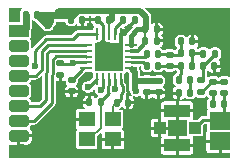
<source format=gbr>
%TF.GenerationSoftware,KiCad,Pcbnew,6.0.11-2627ca5db0~126~ubuntu22.04.1*%
%TF.CreationDate,2023-08-29T09:36:28+02:00*%
%TF.ProjectId,CC1101_868MHz_UFL_RF_Modul_FUEL4EP,43433131-3031-45f3-9836-384d487a5f55,1.2*%
%TF.SameCoordinates,Original*%
%TF.FileFunction,Copper,L1,Top*%
%TF.FilePolarity,Positive*%
%FSLAX46Y46*%
G04 Gerber Fmt 4.6, Leading zero omitted, Abs format (unit mm)*
G04 Created by KiCad (PCBNEW 6.0.11-2627ca5db0~126~ubuntu22.04.1) date 2023-08-29 09:36:28*
%MOMM*%
%LPD*%
G01*
G04 APERTURE LIST*
G04 Aperture macros list*
%AMRoundRect*
0 Rectangle with rounded corners*
0 $1 Rounding radius*
0 $2 $3 $4 $5 $6 $7 $8 $9 X,Y pos of 4 corners*
0 Add a 4 corners polygon primitive as box body*
4,1,4,$2,$3,$4,$5,$6,$7,$8,$9,$2,$3,0*
0 Add four circle primitives for the rounded corners*
1,1,$1+$1,$2,$3*
1,1,$1+$1,$4,$5*
1,1,$1+$1,$6,$7*
1,1,$1+$1,$8,$9*
0 Add four rect primitives between the rounded corners*
20,1,$1+$1,$2,$3,$4,$5,0*
20,1,$1+$1,$4,$5,$6,$7,0*
20,1,$1+$1,$6,$7,$8,$9,0*
20,1,$1+$1,$8,$9,$2,$3,0*%
G04 Aperture macros list end*
%TA.AperFunction,SMDPad,CuDef*%
%ADD10RoundRect,0.147500X-0.147500X-0.172500X0.147500X-0.172500X0.147500X0.172500X-0.147500X0.172500X0*%
%TD*%
%TA.AperFunction,SMDPad,CuDef*%
%ADD11RoundRect,0.140000X0.140000X0.170000X-0.140000X0.170000X-0.140000X-0.170000X0.140000X-0.170000X0*%
%TD*%
%TA.AperFunction,SMDPad,CuDef*%
%ADD12RoundRect,0.140000X-0.140000X-0.170000X0.140000X-0.170000X0.140000X0.170000X-0.140000X0.170000X0*%
%TD*%
%TA.AperFunction,CastellatedPad*%
%ADD13RoundRect,0.250000X-0.600000X-0.250000X0.600000X-0.250000X0.600000X0.250000X-0.600000X0.250000X0*%
%TD*%
%TA.AperFunction,SMDPad,CuDef*%
%ADD14RoundRect,0.147500X-0.172500X0.147500X-0.172500X-0.147500X0.172500X-0.147500X0.172500X0.147500X0*%
%TD*%
%TA.AperFunction,SMDPad,CuDef*%
%ADD15RoundRect,0.140000X0.170000X-0.140000X0.170000X0.140000X-0.170000X0.140000X-0.170000X-0.140000X0*%
%TD*%
%TA.AperFunction,CastellatedPad*%
%ADD16R,1.800000X1.500000*%
%TD*%
%TA.AperFunction,SMDPad,CuDef*%
%ADD17RoundRect,0.140000X-0.170000X0.140000X-0.170000X-0.140000X0.170000X-0.140000X0.170000X0.140000X0*%
%TD*%
%TA.AperFunction,SMDPad,CuDef*%
%ADD18RoundRect,0.135000X0.135000X0.185000X-0.135000X0.185000X-0.135000X-0.185000X0.135000X-0.185000X0*%
%TD*%
%TA.AperFunction,SMDPad,CuDef*%
%ADD19R,1.400000X1.200000*%
%TD*%
%TA.AperFunction,CastellatedPad*%
%ADD20R,1.700000X1.000000*%
%TD*%
%TA.AperFunction,SMDPad,CuDef*%
%ADD21R,1.000000X1.000000*%
%TD*%
%TA.AperFunction,SMDPad,CuDef*%
%ADD22R,2.200000X1.050000*%
%TD*%
%TA.AperFunction,SMDPad,CuDef*%
%ADD23RoundRect,0.062500X-0.425000X-0.062500X0.425000X-0.062500X0.425000X0.062500X-0.425000X0.062500X0*%
%TD*%
%TA.AperFunction,SMDPad,CuDef*%
%ADD24RoundRect,0.062500X-0.062500X-0.425000X0.062500X-0.425000X0.062500X0.425000X-0.062500X0.425000X0*%
%TD*%
%TA.AperFunction,SMDPad,CuDef*%
%ADD25R,2.400000X2.400000*%
%TD*%
%TA.AperFunction,ComponentPad*%
%ADD26C,0.500000*%
%TD*%
%TA.AperFunction,ViaPad*%
%ADD27C,0.600000*%
%TD*%
%TA.AperFunction,Conductor*%
%ADD28C,0.250000*%
%TD*%
%TA.AperFunction,Conductor*%
%ADD29C,0.200000*%
%TD*%
%TA.AperFunction,Conductor*%
%ADD30C,0.500000*%
%TD*%
%TA.AperFunction,Conductor*%
%ADD31C,0.400000*%
%TD*%
%TA.AperFunction,Conductor*%
%ADD32C,0.300000*%
%TD*%
%TA.AperFunction,Conductor*%
%ADD33C,0.600000*%
%TD*%
G04 APERTURE END LIST*
D10*
%TO.P,L1,1,1*%
%TO.N,Net-(L1-Pad1)*%
X11794000Y8892800D03*
%TO.P,L1,2,2*%
%TO.N,Net-(C1-Pad1)*%
X12764000Y8892800D03*
%TD*%
D11*
%TO.P,C14,1*%
%TO.N,VDDA*%
X8608000Y11811000D03*
%TO.P,C14,2*%
%TO.N,GND*%
X7648000Y11811000D03*
%TD*%
D10*
%TO.P,L7,1,1*%
%TO.N,Net-(C6-Pad1)*%
X17365000Y4675000D03*
%TO.P,L7,2,2*%
%TO.N,Net-(C7-Pad1)*%
X18335000Y4675000D03*
%TD*%
%TO.P,L3,1,1*%
%TO.N,Net-(C2-Pad1)*%
X14515000Y6731400D03*
%TO.P,L3,2,2*%
%TO.N,Net-(C3-Pad2)*%
X15485000Y6731400D03*
%TD*%
%TO.P,L2,1,1*%
%TO.N,Net-(L2-Pad1)*%
X11794000Y7902800D03*
%TO.P,L2,2,2*%
%TO.N,Net-(C2-Pad1)*%
X12764000Y7902800D03*
%TD*%
D11*
%TO.P,C5,1*%
%TO.N,GND*%
X17505000Y7900000D03*
%TO.P,C5,2*%
%TO.N,Net-(C5-Pad2)*%
X16545000Y7900000D03*
%TD*%
D12*
%TO.P,C3,1*%
%TO.N,GND*%
X14520000Y5613800D03*
%TO.P,C3,2*%
%TO.N,Net-(C3-Pad2)*%
X15480000Y5613800D03*
%TD*%
D13*
%TO.P,JC5,1,Pin_1*%
%TO.N,/MOSI*%
X950000Y5810000D03*
%TD*%
D14*
%TO.P,L6,1,1*%
%TO.N,Net-(C5-Pad2)*%
X16400000Y6685000D03*
%TO.P,L6,2,2*%
%TO.N,Net-(C6-Pad2)*%
X16400000Y5715000D03*
%TD*%
D15*
%TO.P,C2,1*%
%TO.N,Net-(C2-Pad1)*%
X13729000Y7904800D03*
%TO.P,C2,2*%
%TO.N,Net-(C1-Pad1)*%
X13729000Y8864800D03*
%TD*%
D16*
%TO.P,JA1,1,Pin_1*%
%TO.N,GND*%
X18000000Y1550000D03*
%TD*%
D13*
%TO.P,JC8,1,Pin_1*%
%TO.N,GND*%
X950000Y2000000D03*
%TD*%
D15*
%TO.P,C7,1*%
%TO.N,Net-(C7-Pad1)*%
X18350000Y5610000D03*
%TO.P,C7,2*%
%TO.N,Net-(C6-Pad2)*%
X18350000Y6570000D03*
%TD*%
D17*
%TO.P,C16,1*%
%TO.N,Net-(C16-Pad1)*%
X5435600Y6728400D03*
%TO.P,C16,2*%
%TO.N,GND*%
X5435600Y5768400D03*
%TD*%
D18*
%TO.P,R1,1*%
%TO.N,GND*%
X10797000Y11811000D03*
%TO.P,R1,2*%
%TO.N,Net-(R1-Pad2)*%
X9777000Y11811000D03*
%TD*%
D17*
%TO.P,C15,1*%
%TO.N,VDDA*%
X11800000Y6630000D03*
%TO.P,C15,2*%
%TO.N,GND*%
X11800000Y5670000D03*
%TD*%
%TO.P,C17,1*%
%TO.N,VDDA*%
X12800000Y6630000D03*
%TO.P,C17,2*%
%TO.N,GND*%
X12800000Y5670000D03*
%TD*%
D16*
%TO.P,JA2,1,Pin_1*%
%TO.N,Net-(C7-Pad1)*%
X18000000Y3275000D03*
%TD*%
D10*
%TO.P,L4,1,1*%
%TO.N,Net-(C1-Pad1)*%
X14695600Y8966600D03*
%TO.P,L4,2,2*%
%TO.N,Net-(C4-Pad2)*%
X15665600Y8966600D03*
%TD*%
D19*
%TO.P,Y1,1,1*%
%TO.N,Net-(C8-Pad2)*%
X6723200Y1690000D03*
%TO.P,Y1,2,2*%
%TO.N,GND*%
X8923200Y1690000D03*
%TO.P,Y1,3,3*%
%TO.N,Net-(C9-Pad2)*%
X8923200Y3390000D03*
%TO.P,Y1,4,4*%
%TO.N,GND*%
X6723200Y3390000D03*
%TD*%
D17*
%TO.P,C13,1*%
%TO.N,VDDA*%
X4470400Y8113600D03*
%TO.P,C13,2*%
%TO.N,GND*%
X4470400Y7153600D03*
%TD*%
D12*
%TO.P,C10,1*%
%TO.N,VDDA*%
X5393000Y11811000D03*
%TO.P,C10,2*%
%TO.N,GND*%
X6353000Y11811000D03*
%TD*%
%TO.P,C4,1*%
%TO.N,Net-(C2-Pad1)*%
X14680600Y7899800D03*
%TO.P,C4,2*%
%TO.N,Net-(C4-Pad2)*%
X15640600Y7899800D03*
%TD*%
D13*
%TO.P,JC6,1,Pin_1*%
%TO.N,/MISO{slash}GDO1*%
X950000Y4540000D03*
%TD*%
D12*
%TO.P,C12,1*%
%TO.N,VDDA*%
X11670000Y11000000D03*
%TO.P,C12,2*%
%TO.N,GND*%
X12630000Y11000000D03*
%TD*%
D13*
%TO.P,JC3,1,Pin_1*%
%TO.N,/~{CS}*%
X950000Y8350000D03*
%TD*%
%TO.P,JC2,1,Pin_1*%
%TO.N,/GDO0*%
X950000Y9620000D03*
%TD*%
D20*
%TO.P,JC1,1,Pin_1*%
%TO.N,/VDD*%
X950000Y10890000D03*
%TD*%
D10*
%TO.P,L5,1,1*%
%TO.N,Net-(C4-Pad2)*%
X16590000Y8950000D03*
%TO.P,L5,2,2*%
%TO.N,Net-(C5-Pad2)*%
X17560000Y8950000D03*
%TD*%
D21*
%TO.P,JA3,1,In*%
%TO.N,Net-(C7-Pad1)*%
X15875000Y2650000D03*
D22*
%TO.P,JA3,2,Ext*%
%TO.N,GND*%
X14375000Y4125000D03*
D21*
X12875000Y2650000D03*
D22*
X14375000Y1175000D03*
%TD*%
D12*
%TO.P,C11,1*%
%TO.N,VDDA*%
X11670000Y10025000D03*
%TO.P,C11,2*%
%TO.N,GND*%
X12630000Y10025000D03*
%TD*%
%TO.P,C8,1*%
%TO.N,GND*%
X6936800Y4826000D03*
%TO.P,C8,2*%
%TO.N,Net-(C8-Pad2)*%
X7896800Y4826000D03*
%TD*%
%TO.P,C1,1*%
%TO.N,Net-(C1-Pad1)*%
X14680600Y9982600D03*
%TO.P,C1,2*%
%TO.N,GND*%
X15640600Y9982600D03*
%TD*%
D15*
%TO.P,C6,1*%
%TO.N,Net-(C6-Pad1)*%
X17400000Y5620000D03*
%TO.P,C6,2*%
%TO.N,Net-(C6-Pad2)*%
X17400000Y6580000D03*
%TD*%
D11*
%TO.P,C9,1*%
%TO.N,GND*%
X10205000Y4801000D03*
%TO.P,C9,2*%
%TO.N,Net-(C9-Pad2)*%
X9245000Y4801000D03*
%TD*%
D13*
%TO.P,JC4,1,Pin_1*%
%TO.N,/SCK*%
X950000Y7080000D03*
%TD*%
D23*
%TO.P,U1,1,SCLK*%
%TO.N,/SCK*%
X6691500Y9702800D03*
%TO.P,U1,2,SO/GDO1*%
%TO.N,/MISO{slash}GDO1*%
X6691500Y9202800D03*
%TO.P,U1,3,GDO2*%
%TO.N,/GDO2*%
X6691500Y8702800D03*
%TO.P,U1,4,DVDD*%
%TO.N,VDDA*%
X6691500Y8202800D03*
%TO.P,U1,5,DCOUPL*%
%TO.N,Net-(C16-Pad1)*%
X6691500Y7702800D03*
D24*
%TO.P,U1,6,GDO0*%
%TO.N,/GDO0*%
X7579000Y6815300D03*
%TO.P,U1,7,~{CS}*%
%TO.N,/~{CS}*%
X8079000Y6815300D03*
%TO.P,U1,8,XOSC_Q1*%
%TO.N,Net-(C8-Pad2)*%
X8579000Y6815300D03*
%TO.P,U1,9,AVDD1*%
%TO.N,VDDA*%
X9079000Y6815300D03*
%TO.P,U1,10,XOSC_Q2*%
%TO.N,Net-(C9-Pad2)*%
X9579000Y6815300D03*
D23*
%TO.P,U1,11,AVDD2*%
%TO.N,VDDA*%
X10466500Y7702800D03*
%TO.P,U1,12,RF_P*%
%TO.N,Net-(L2-Pad1)*%
X10466500Y8202800D03*
%TO.P,U1,13,RF_N*%
%TO.N,Net-(L1-Pad1)*%
X10466500Y8702800D03*
%TO.P,U1,14,AVDD3*%
%TO.N,VDDA*%
X10466500Y9202800D03*
%TO.P,U1,15,AVDD4*%
X10466500Y9702800D03*
D24*
%TO.P,U1,16,GND1*%
%TO.N,GND*%
X9579000Y10590300D03*
%TO.P,U1,17,RBIAS*%
%TO.N,Net-(R1-Pad2)*%
X9079000Y10590300D03*
%TO.P,U1,18,DGUARD*%
%TO.N,VDDA*%
X8579000Y10590300D03*
%TO.P,U1,19,GND2*%
%TO.N,GND*%
X8079000Y10590300D03*
%TO.P,U1,20,SI*%
%TO.N,/MOSI*%
X7579000Y10590300D03*
D25*
%TO.P,U1,21,GND3*%
%TO.N,GND*%
X8579000Y8702800D03*
D26*
X9529000Y9652800D03*
X8579000Y8702800D03*
X8579000Y7752800D03*
X7629000Y8702800D03*
X9529000Y8702800D03*
X7629000Y7752800D03*
X8579000Y9652800D03*
X7629000Y9652800D03*
X9529000Y7752800D03*
%TD*%
D10*
%TO.P,FB1,1*%
%TO.N,/VDD*%
X1540000Y12250000D03*
%TO.P,FB1,2*%
%TO.N,VDDA*%
X2510000Y12250000D03*
%TD*%
D13*
%TO.P,JC7,1,Pin_1*%
%TO.N,/GDO2*%
X950000Y3270000D03*
%TD*%
D27*
%TO.N,GND*%
X16325000Y1500000D03*
X10225000Y2800000D03*
X4425000Y3650000D03*
X3700000Y1725000D03*
X11700000Y2725000D03*
X16500000Y550000D03*
X550000Y12050000D03*
X14732000Y12500000D03*
X4318000Y1016000D03*
X6604000Y508000D03*
X8890000Y508000D03*
X12700000Y11950000D03*
X6985000Y11303000D03*
X4318000Y2540000D03*
X3556000Y3556000D03*
X10922000Y2286000D03*
X2794000Y1016000D03*
X18375000Y8975000D03*
X5461000Y4572000D03*
X17780000Y11176000D03*
X11400000Y1400000D03*
X12300000Y1250000D03*
X10922000Y3302000D03*
X16300000Y4600000D03*
X10922000Y508000D03*
X5461000Y508000D03*
X13700000Y6800000D03*
X16764000Y10160000D03*
X15748000Y12500000D03*
X9780000Y10794000D03*
X10922000Y4318000D03*
X16764000Y11176000D03*
X5334000Y3302000D03*
X18275000Y7950000D03*
X13716000Y9906000D03*
X14732000Y11176000D03*
X7747000Y508000D03*
X15748000Y11176000D03*
X17780000Y10160000D03*
X16800000Y12500000D03*
X2540000Y5334000D03*
X13716000Y11176000D03*
X11750000Y3800000D03*
X5334000Y10922000D03*
X9906000Y508000D03*
X3200000Y2540000D03*
X11750000Y4650000D03*
X4346102Y4561781D03*
X13716000Y12500000D03*
X10160000Y1778000D03*
X11811000Y508000D03*
X13716000Y5588000D03*
X2350000Y10800000D03*
X17780000Y12500000D03*
X1270000Y1016000D03*
X4400000Y5800000D03*
X5334000Y1778000D03*
X4592391Y11199563D03*
X12550000Y4600000D03*
%TO.N,/GDO0*%
X6829400Y6121800D03*
%TO.N,/MOSI*%
X2300000Y7875000D03*
%TO.N,/~{CS}*%
X7880500Y5881339D03*
%TO.N,VDDA*%
X5514282Y8114709D03*
X9129500Y5929100D03*
X3403600Y11328400D03*
X10899201Y5813999D03*
%TD*%
D28*
%TO.N,GND*%
X8079000Y9799247D02*
X8225447Y9652800D01*
X8079000Y10590300D02*
X8079000Y9799247D01*
X9780000Y10794000D02*
X10797000Y11811000D01*
X9579000Y10590300D02*
X9579000Y9702800D01*
X9579000Y10593000D02*
X9780000Y10794000D01*
X13563600Y11023600D02*
X13716000Y11176000D01*
D29*
X12750800Y5814000D02*
X11642000Y5814000D01*
D28*
X8079000Y10590300D02*
X8079000Y11380000D01*
X12672000Y11023600D02*
X13563600Y11023600D01*
X8079000Y11380000D02*
X7648000Y11811000D01*
%TO.N,Net-(C1-Pad1)*%
X13729000Y8864800D02*
X14593800Y8864800D01*
X12764000Y8892800D02*
X13701000Y8892800D01*
X14695600Y8966600D02*
X14695600Y9967600D01*
%TO.N,Net-(C2-Pad1)*%
X14515000Y7065000D02*
X14700000Y7250000D01*
X14700000Y7250000D02*
X14700000Y7880400D01*
X13729000Y7904800D02*
X14675600Y7904800D01*
X12764000Y7902800D02*
X13727000Y7902800D01*
X14515000Y6731400D02*
X14515000Y7065000D01*
%TO.N,Net-(C3-Pad2)*%
X15485000Y6731400D02*
X15485000Y5618800D01*
%TO.N,Net-(C4-Pad2)*%
X15640600Y7899800D02*
X15640600Y8941600D01*
X15665600Y8966600D02*
X16573400Y8966600D01*
%TO.N,Net-(C5-Pad2)*%
X16545000Y7907609D02*
X17560000Y8922609D01*
X16545000Y7900000D02*
X16545000Y6830000D01*
%TO.N,Net-(C6-Pad1)*%
X17365000Y4675000D02*
X17365000Y5585000D01*
%TO.N,Net-(C6-Pad2)*%
X17400000Y6580000D02*
X18340000Y6580000D01*
X17283216Y6580000D02*
X16418216Y5715000D01*
%TO.N,Net-(C7-Pad1)*%
X16575000Y3350000D02*
X17825000Y3350000D01*
X18335000Y4675000D02*
X18335000Y3710000D01*
X15875000Y2650000D02*
X16575000Y3350000D01*
X18350000Y5610000D02*
X18350000Y4690000D01*
%TO.N,Net-(C8-Pad2)*%
X8559111Y5616311D02*
X7743800Y4801000D01*
X8505000Y6187777D02*
X8505000Y5670423D01*
X8505000Y5670423D02*
X8559111Y5616311D01*
X8579000Y6815300D02*
X8579000Y6261777D01*
D29*
X7896800Y4826000D02*
X7896800Y2663600D01*
D28*
X8579000Y6261777D02*
X8505000Y6187777D01*
D29*
X7896800Y2663600D02*
X6923200Y1690000D01*
D28*
%TO.N,/SCK*%
X6691500Y9702800D02*
X3453020Y9702800D01*
X2388177Y7080000D02*
X1400000Y7080000D01*
X2924500Y7616323D02*
X2388177Y7080000D01*
X2924500Y9174280D02*
X2924500Y7616323D01*
X3453020Y9702800D02*
X2924500Y9174280D01*
%TO.N,/GDO0*%
X6885500Y6121800D02*
X6829400Y6121800D01*
X7579000Y6815300D02*
X6885500Y6121800D01*
%TO.N,/MOSI*%
X2300000Y9185470D02*
X2300000Y7875000D01*
X7579000Y10590300D02*
X5947170Y10590300D01*
X5947170Y10590300D02*
X5516870Y10160000D01*
X5516870Y10160000D02*
X3274530Y10160000D01*
X3274530Y10160000D02*
X2300000Y9185470D01*
%TO.N,/GDO2*%
X6691500Y8702800D02*
X6641001Y8753299D01*
X3823502Y8434311D02*
X3823502Y7243945D01*
X3759200Y7179643D02*
X3759200Y4775200D01*
X6641001Y8753299D02*
X4142490Y8753299D01*
X3823502Y7243945D02*
X3759200Y7179643D01*
X2254000Y3270000D02*
X1400000Y3270000D01*
X4142490Y8753299D02*
X3823502Y8434311D01*
X3759200Y4775200D02*
X2254000Y3270000D01*
%TO.N,Net-(C9-Pad2)*%
X9754000Y6187777D02*
X9754000Y5670423D01*
X9579000Y6362777D02*
X9754000Y6187777D01*
D29*
X8923200Y3390000D02*
X8923200Y4479200D01*
X8923200Y4479200D02*
X9245000Y4801000D01*
D28*
X9579000Y5495423D02*
X9579000Y5135000D01*
X9579000Y6815300D02*
X9579000Y6362777D01*
X9579000Y5135000D02*
X9245000Y4801000D01*
X9754000Y5670423D02*
X9579000Y5495423D01*
%TO.N,Net-(L1-Pad1)*%
X10466500Y8702800D02*
X11604000Y8702800D01*
X11604000Y8702800D02*
X11794000Y8892800D01*
%TO.N,Net-(L2-Pad1)*%
X11494000Y8202800D02*
X11794000Y7902800D01*
X10466500Y8202800D02*
X11494000Y8202800D01*
%TO.N,Net-(R1-Pad2)*%
X9079000Y10590300D02*
X9079000Y11125808D01*
X9079000Y11125808D02*
X9764192Y11811000D01*
%TO.N,/~{CS}*%
X8055499Y6791799D02*
X8055499Y6056338D01*
X8079000Y6815300D02*
X8055499Y6791799D01*
X8055499Y6056338D02*
X7880500Y5881339D01*
D30*
%TO.N,VDDA*%
X4275000Y12450000D02*
X4275000Y12500000D01*
X3683000Y11938000D02*
X3838200Y12093200D01*
X3300000Y12250000D02*
X4075000Y12250000D01*
D28*
X9079000Y6815300D02*
X9079000Y5907000D01*
D30*
X3683000Y11607800D02*
X3683000Y11938000D01*
X10769600Y7399700D02*
X10541000Y7628300D01*
D28*
X9093200Y5892800D02*
X9129500Y5929100D01*
D30*
X2510000Y12250000D02*
X3300000Y12250000D01*
X4075000Y12250000D02*
X4231800Y12093200D01*
D31*
X10466500Y9702800D02*
X10466500Y10466500D01*
D28*
X5602373Y8202800D02*
X5514282Y8114709D01*
D30*
X11712000Y11042000D02*
X11670000Y11000000D01*
X5978614Y12581000D02*
X9025000Y12581000D01*
D28*
X6691500Y8202800D02*
X5602373Y8202800D01*
D30*
X12800000Y6630000D02*
X11800000Y6630000D01*
X3403600Y12146400D02*
X3300000Y12250000D01*
X3403600Y11328400D02*
X3403600Y11356400D01*
D28*
X4572000Y8100000D02*
X5499573Y8100000D01*
D32*
X11670000Y9820000D02*
X11670000Y10025000D01*
D30*
X3403600Y11328400D02*
X3403600Y12146400D01*
X8862000Y11811000D02*
X8862000Y12418000D01*
X10769600Y5943600D02*
X10899201Y5813999D01*
X5393000Y11995386D02*
X5978614Y12581000D01*
D29*
X8579000Y10590300D02*
X8579000Y11782000D01*
D30*
X10769600Y6730400D02*
X10769600Y5943600D01*
D29*
X10899200Y5814000D02*
X10899201Y5813999D01*
D30*
X11800000Y6630000D02*
X10870000Y6630000D01*
D33*
X3403600Y11356400D02*
X2510000Y12250000D01*
D31*
X11000000Y11000000D02*
X11670000Y11000000D01*
D28*
X9079000Y5907000D02*
X9093200Y5892800D01*
D32*
X10466500Y9202800D02*
X11052800Y9202800D01*
D30*
X5393000Y11811000D02*
X5393000Y11995386D01*
D31*
X10466500Y10466500D02*
X11000000Y11000000D01*
D30*
X4231800Y12093200D02*
X5393000Y12093200D01*
X9025000Y12581000D02*
X11221400Y12581000D01*
X11221400Y12581000D02*
X11712000Y12090400D01*
X8862000Y12418000D02*
X9025000Y12581000D01*
X10870000Y6630000D02*
X10769600Y6730400D01*
X4356000Y12581000D02*
X9025000Y12581000D01*
X4075000Y12250000D02*
X4275000Y12450000D01*
X4275000Y12500000D02*
X4356000Y12581000D01*
X3403600Y11328400D02*
X3683000Y11607800D01*
X10769600Y6730400D02*
X10769600Y7399700D01*
D28*
X5499573Y8100000D02*
X5514282Y8114709D01*
D29*
X11670000Y10025000D02*
X11670000Y11000000D01*
D30*
X11712000Y12090400D02*
X11712000Y11042000D01*
D32*
X11052800Y9202800D02*
X11670000Y9820000D01*
D30*
X3838200Y12093200D02*
X4231800Y12093200D01*
D28*
%TO.N,Net-(C16-Pad1)*%
X6200600Y7493400D02*
X5435600Y6728400D01*
X6429200Y7702800D02*
X6219800Y7493400D01*
X6219800Y7493400D02*
X6200600Y7493400D01*
%TO.N,/MISO{slash}GDO1*%
X2762000Y4540000D02*
X1400000Y4540000D01*
X3374001Y7430134D02*
X3251200Y7307333D01*
X3251200Y5029200D02*
X2762000Y4540000D01*
X3588710Y9202800D02*
X3374001Y8988091D01*
X3374001Y8988091D02*
X3374001Y7430134D01*
X3251200Y7307333D02*
X3251200Y5029200D01*
X6691500Y9202800D02*
X3588710Y9202800D01*
D33*
%TO.N,/VDD*%
X1540000Y12250000D02*
X1540000Y11130000D01*
X1540000Y11130000D02*
X1300000Y10890000D01*
%TD*%
%TA.AperFunction,Conductor*%
%TO.N,GND*%
G36*
X11280194Y7858994D02*
G01*
X11298500Y7814800D01*
X11298500Y7697314D01*
X11298831Y7695067D01*
X11298831Y7695064D01*
X11300150Y7686105D01*
X11308569Y7628916D01*
X11359628Y7524920D01*
X11363280Y7521274D01*
X11363281Y7521273D01*
X11437966Y7446718D01*
X11437968Y7446716D01*
X11441621Y7443070D01*
X11446261Y7440802D01*
X11540964Y7394510D01*
X11545706Y7392192D01*
X11550509Y7391491D01*
X11550510Y7391491D01*
X11565523Y7389301D01*
X11613514Y7382300D01*
X11974486Y7382300D01*
X11976733Y7382631D01*
X11976736Y7382631D01*
X12000722Y7386162D01*
X12042884Y7392369D01*
X12146880Y7443428D01*
X12154128Y7450688D01*
X12204058Y7500706D01*
X12228730Y7525421D01*
X12229422Y7526837D01*
X12268681Y7551370D01*
X12315291Y7540612D01*
X12328299Y7527628D01*
X12329628Y7524920D01*
X12333281Y7521273D01*
X12333282Y7521272D01*
X12407966Y7446718D01*
X12407968Y7446716D01*
X12411621Y7443070D01*
X12416261Y7440802D01*
X12510964Y7394510D01*
X12515706Y7392192D01*
X12520509Y7391491D01*
X12520510Y7391491D01*
X12535523Y7389301D01*
X12583514Y7382300D01*
X12944486Y7382300D01*
X12946733Y7382631D01*
X12946736Y7382631D01*
X12970722Y7386162D01*
X13012884Y7392369D01*
X13116880Y7443428D01*
X13123884Y7450444D01*
X13195082Y7521766D01*
X13195084Y7521768D01*
X13198730Y7525421D01*
X13200998Y7530061D01*
X13203998Y7534267D01*
X13206380Y7532568D01*
X13234928Y7557773D01*
X13282672Y7554803D01*
X13299409Y7542851D01*
X13360684Y7481576D01*
X13365639Y7479266D01*
X13365641Y7479264D01*
X13416566Y7455518D01*
X13469513Y7430828D01*
X13486512Y7428590D01*
X13517068Y7424567D01*
X13517074Y7424567D01*
X13519099Y7424300D01*
X13521146Y7424300D01*
X13729565Y7424301D01*
X13938900Y7424301D01*
X13940912Y7424566D01*
X13940915Y7424566D01*
X13983747Y7430204D01*
X13983748Y7430204D01*
X13988487Y7430828D01*
X14015508Y7443428D01*
X14092359Y7479264D01*
X14092361Y7479266D01*
X14097316Y7481576D01*
X14160025Y7544285D01*
X14204219Y7562591D01*
X14248413Y7544285D01*
X14255151Y7536257D01*
X14257376Y7531484D01*
X14342284Y7446576D01*
X14341021Y7445313D01*
X14362921Y7410943D01*
X14352571Y7364240D01*
X14345565Y7355891D01*
X14296820Y7307146D01*
X14292800Y7303462D01*
X14261806Y7277455D01*
X14241648Y7242538D01*
X14241576Y7242414D01*
X14238648Y7237820D01*
X14237747Y7236532D01*
X14214109Y7216297D01*
X14199043Y7208900D01*
X14162120Y7190772D01*
X14158474Y7187120D01*
X14158473Y7187119D01*
X14083918Y7112434D01*
X14083916Y7112432D01*
X14080270Y7108779D01*
X14078002Y7104139D01*
X14034737Y7015628D01*
X14029392Y7004694D01*
X14019500Y6936886D01*
X14019500Y6525914D01*
X14019831Y6523667D01*
X14019831Y6523664D01*
X14022568Y6505076D01*
X14029569Y6457516D01*
X14080628Y6353520D01*
X14084280Y6349874D01*
X14084281Y6349873D01*
X14158966Y6275318D01*
X14158968Y6275316D01*
X14162621Y6271670D01*
X14167262Y6269401D01*
X14167264Y6269400D01*
X14206818Y6250065D01*
X14238483Y6214211D01*
X14235520Y6166467D01*
X14207744Y6138227D01*
X14149908Y6108759D01*
X14142048Y6103048D01*
X14060752Y6021752D01*
X14055041Y6013891D01*
X14002847Y5911455D01*
X13999843Y5902211D01*
X13986384Y5817234D01*
X13986000Y5812347D01*
X13986000Y5753231D01*
X13989641Y5744441D01*
X13998431Y5740800D01*
X14584500Y5740800D01*
X14628694Y5722494D01*
X14647000Y5678300D01*
X14647000Y5062232D01*
X14650641Y5053442D01*
X14659431Y5049801D01*
X14688546Y5049801D01*
X14693434Y5050186D01*
X14778412Y5063644D01*
X14787653Y5066646D01*
X14890091Y5118841D01*
X14897952Y5124552D01*
X14979247Y5205847D01*
X14985538Y5214506D01*
X15026325Y5239500D01*
X15072838Y5228334D01*
X15080296Y5221964D01*
X15141684Y5160576D01*
X15146639Y5158266D01*
X15146641Y5158264D01*
X15186577Y5139642D01*
X15250513Y5109828D01*
X15267512Y5107590D01*
X15298068Y5103567D01*
X15298074Y5103567D01*
X15300099Y5103300D01*
X15302146Y5103300D01*
X15480484Y5103301D01*
X15659900Y5103301D01*
X15661912Y5103566D01*
X15661915Y5103566D01*
X15704747Y5109204D01*
X15704748Y5109204D01*
X15709487Y5109828D01*
X15741436Y5124726D01*
X15813359Y5158264D01*
X15813361Y5158266D01*
X15818316Y5160576D01*
X15903224Y5245484D01*
X15905535Y5250441D01*
X15905537Y5250443D01*
X15914530Y5269729D01*
X15949798Y5302047D01*
X15997587Y5299960D01*
X16015327Y5287551D01*
X16022621Y5280270D01*
X16027258Y5278003D01*
X16027260Y5278002D01*
X16122346Y5231523D01*
X16126706Y5229392D01*
X16131509Y5228691D01*
X16131510Y5228691D01*
X16149334Y5226091D01*
X16194514Y5219500D01*
X16605486Y5219500D01*
X16607733Y5219831D01*
X16607736Y5219831D01*
X16644708Y5225274D01*
X16673884Y5229569D01*
X16777880Y5280628D01*
X16789280Y5292048D01*
X16830217Y5333056D01*
X16874396Y5351400D01*
X16918606Y5333133D01*
X16931094Y5315314D01*
X16944464Y5286641D01*
X16944466Y5286639D01*
X16946776Y5281684D01*
X17008912Y5219548D01*
X17027218Y5175354D01*
X17008951Y5131199D01*
X16933921Y5056037D01*
X16933919Y5056035D01*
X16930270Y5052379D01*
X16879392Y4948294D01*
X16869500Y4880486D01*
X16869500Y4469514D01*
X16869831Y4467267D01*
X16869831Y4467264D01*
X16871734Y4454338D01*
X16879569Y4401116D01*
X16930628Y4297120D01*
X16934283Y4293471D01*
X16934284Y4293470D01*
X16963466Y4264339D01*
X16981811Y4220161D01*
X16963505Y4175912D01*
X16960562Y4172969D01*
X16955448Y4169552D01*
X16952031Y4164438D01*
X16934345Y4137969D01*
X16911133Y4103231D01*
X16909933Y4097197D01*
X16909932Y4097195D01*
X16904171Y4068231D01*
X16899500Y4044748D01*
X16899500Y3738000D01*
X16881194Y3693806D01*
X16837000Y3675500D01*
X16591930Y3675500D01*
X16586483Y3675738D01*
X16578155Y3676467D01*
X16546193Y3679263D01*
X16507114Y3668791D01*
X16501811Y3667615D01*
X16487451Y3665083D01*
X16467335Y3661537D01*
X16467333Y3661536D01*
X16461955Y3660588D01*
X16457223Y3657856D01*
X16456480Y3657427D01*
X16441417Y3651188D01*
X16440598Y3650969D01*
X16440595Y3650968D01*
X16435316Y3649553D01*
X16402166Y3626342D01*
X16397590Y3623427D01*
X16367281Y3605929D01*
X16367278Y3605927D01*
X16362545Y3603194D01*
X16359031Y3599006D01*
X16336541Y3572204D01*
X16332857Y3568184D01*
X16133479Y3368806D01*
X16089285Y3350500D01*
X15730702Y3350500D01*
X15686508Y3368806D01*
X15668202Y3413000D01*
X15678735Y3447723D01*
X15710843Y3495775D01*
X15715464Y3506933D01*
X15728401Y3571970D01*
X15729000Y3578054D01*
X15729000Y3985569D01*
X15725359Y3994359D01*
X15716569Y3998000D01*
X14514431Y3998000D01*
X14505641Y3994359D01*
X14502000Y3985569D01*
X14502000Y3358431D01*
X14505641Y3349641D01*
X14514431Y3346000D01*
X15147894Y3346001D01*
X15192088Y3327695D01*
X15210394Y3283501D01*
X15199861Y3248779D01*
X15189554Y3233353D01*
X15189552Y3233347D01*
X15186133Y3228231D01*
X15174500Y3169748D01*
X15174500Y2130252D01*
X15186133Y2071769D01*
X15189550Y2066655D01*
X15189551Y2066653D01*
X15199861Y2051224D01*
X15209193Y2004307D01*
X15182618Y1964533D01*
X15147894Y1954000D01*
X14514431Y1953999D01*
X14505641Y1950358D01*
X14502000Y1941568D01*
X14502000Y1314431D01*
X14505641Y1305641D01*
X14514431Y1302000D01*
X15716568Y1302000D01*
X15725358Y1305641D01*
X15728999Y1314431D01*
X15728999Y1721945D01*
X15728400Y1728030D01*
X15715464Y1793068D01*
X15710843Y1804224D01*
X15678735Y1852277D01*
X15669403Y1899193D01*
X15695979Y1938967D01*
X15730702Y1949500D01*
X16394748Y1949500D01*
X16397758Y1950099D01*
X16397761Y1950099D01*
X16447195Y1959932D01*
X16447197Y1959933D01*
X16453231Y1961133D01*
X16458345Y1964550D01*
X16458347Y1964551D01*
X16514438Y2002031D01*
X16519552Y2005448D01*
X16563867Y2071769D01*
X16575500Y2130252D01*
X16575500Y2864285D01*
X16593806Y2908479D01*
X16691521Y3006194D01*
X16735715Y3024500D01*
X16837000Y3024500D01*
X16881194Y3006194D01*
X16899500Y2962000D01*
X16899500Y2505252D01*
X16900100Y2502237D01*
X16901827Y2493551D01*
X16892495Y2446636D01*
X16864158Y2404225D01*
X16859536Y2393067D01*
X16846599Y2328030D01*
X16846000Y2321946D01*
X16846000Y1689431D01*
X16849641Y1680641D01*
X16858431Y1677000D01*
X18064500Y1677000D01*
X18108694Y1658694D01*
X18127000Y1614500D01*
X18127000Y558432D01*
X18130641Y549642D01*
X18139431Y546001D01*
X18784300Y546001D01*
X18828494Y527695D01*
X18846800Y483501D01*
X18846800Y214900D01*
X18828494Y170706D01*
X18784300Y152400D01*
X214900Y152400D01*
X170706Y170706D01*
X152400Y214900D01*
X152400Y628055D01*
X13021001Y628055D01*
X13021600Y621970D01*
X13034536Y556932D01*
X13039157Y545776D01*
X13088457Y471993D01*
X13096993Y463457D01*
X13170775Y414157D01*
X13181933Y409536D01*
X13246970Y396599D01*
X13253054Y396000D01*
X14235569Y396000D01*
X14244359Y399641D01*
X14248000Y408431D01*
X14248000Y408432D01*
X14502000Y408432D01*
X14505641Y399642D01*
X14514431Y396001D01*
X15496945Y396001D01*
X15503030Y396600D01*
X15568068Y409536D01*
X15579224Y414157D01*
X15653007Y463457D01*
X15661543Y471993D01*
X15710843Y545775D01*
X15715464Y556933D01*
X15728401Y621970D01*
X15729000Y628054D01*
X15729000Y778055D01*
X16846001Y778055D01*
X16846600Y771970D01*
X16859536Y706932D01*
X16864157Y695776D01*
X16913457Y621993D01*
X16921993Y613457D01*
X16995775Y564157D01*
X17006933Y559536D01*
X17071970Y546599D01*
X17078054Y546000D01*
X17860569Y546000D01*
X17869359Y549641D01*
X17873000Y558431D01*
X17873000Y1410569D01*
X17869359Y1419359D01*
X17860569Y1423000D01*
X16858432Y1423000D01*
X16849642Y1419359D01*
X16846001Y1410569D01*
X16846001Y778055D01*
X15729000Y778055D01*
X15729000Y1035569D01*
X15725359Y1044359D01*
X15716569Y1048000D01*
X14514431Y1048000D01*
X14505641Y1044359D01*
X14502000Y1035569D01*
X14502000Y408432D01*
X14248000Y408432D01*
X14248000Y1035569D01*
X14244359Y1044359D01*
X14235569Y1048000D01*
X13033432Y1048000D01*
X13024642Y1044359D01*
X13021001Y1035569D01*
X13021001Y628055D01*
X152400Y628055D01*
X152400Y1195604D01*
X170706Y1239798D01*
X214900Y1258104D01*
X233135Y1254799D01*
X233177Y1254977D01*
X236458Y1254197D01*
X236833Y1254129D01*
X236987Y1254071D01*
X244556Y1252272D01*
X300608Y1246183D01*
X303976Y1246000D01*
X810569Y1246000D01*
X819359Y1249641D01*
X823000Y1258431D01*
X823000Y1258432D01*
X1077000Y1258432D01*
X1080641Y1249642D01*
X1089431Y1246001D01*
X1596018Y1246001D01*
X1599388Y1246183D01*
X1655443Y1252272D01*
X1663012Y1254071D01*
X1790351Y1301808D01*
X1798086Y1306043D01*
X1906487Y1387285D01*
X1912715Y1393513D01*
X1993957Y1501914D01*
X1998192Y1509649D01*
X2045930Y1636992D01*
X2047728Y1644556D01*
X2053817Y1700608D01*
X2054000Y1703976D01*
X2054000Y1860569D01*
X2050359Y1869359D01*
X2041569Y1873000D01*
X1089431Y1873000D01*
X1080641Y1869359D01*
X1077000Y1860569D01*
X1077000Y1258432D01*
X823000Y1258432D01*
X823000Y2064500D01*
X841306Y2108694D01*
X885500Y2127000D01*
X2041568Y2127000D01*
X2050358Y2130641D01*
X2053999Y2139431D01*
X2053999Y2296018D01*
X2053817Y2299388D01*
X2047728Y2355443D01*
X2045929Y2363012D01*
X1998192Y2490351D01*
X1993957Y2498086D01*
X1912715Y2606487D01*
X1906487Y2612715D01*
X1893574Y2622393D01*
X1869188Y2663546D01*
X1880784Y2709539D01*
X1949856Y2803055D01*
X1952634Y2806816D01*
X1954182Y2811225D01*
X1954185Y2811230D01*
X1986310Y2902709D01*
X2018225Y2938341D01*
X2045279Y2944500D01*
X2237059Y2944500D01*
X2242506Y2944262D01*
X2282807Y2940736D01*
X2288087Y2942151D01*
X2288089Y2942151D01*
X2321883Y2951207D01*
X2327204Y2952387D01*
X2367045Y2959412D01*
X2371779Y2962145D01*
X2371784Y2962147D01*
X2372513Y2962568D01*
X2387586Y2968812D01*
X2388405Y2969031D01*
X2388407Y2969032D01*
X2393684Y2970446D01*
X2426822Y2993650D01*
X2431414Y2996575D01*
X2466455Y3016806D01*
X2492464Y3047802D01*
X2496148Y3051822D01*
X3977386Y4533059D01*
X3981406Y4536743D01*
X4008204Y4559229D01*
X4008205Y4559230D01*
X4012394Y4562745D01*
X4032622Y4597781D01*
X4035544Y4602368D01*
X4058754Y4635516D01*
X4060167Y4640791D01*
X4060170Y4640796D01*
X4060390Y4641619D01*
X4066630Y4656684D01*
X4067053Y4657417D01*
X4067053Y4657418D01*
X4069788Y4662155D01*
X4071511Y4671923D01*
X4076812Y4701988D01*
X4077991Y4707309D01*
X4087049Y4741115D01*
X4087049Y4741116D01*
X4088463Y4746393D01*
X4087142Y4761500D01*
X4084938Y4786686D01*
X4084700Y4792133D01*
X4084700Y4965431D01*
X6402800Y4965431D01*
X6406441Y4956641D01*
X6415231Y4953000D01*
X6797369Y4953000D01*
X6806159Y4956641D01*
X6809800Y4965431D01*
X6809800Y5377568D01*
X6806159Y5386358D01*
X6797369Y5389999D01*
X6768254Y5389999D01*
X6763366Y5389614D01*
X6678388Y5376156D01*
X6669147Y5373154D01*
X6566709Y5320959D01*
X6558848Y5315248D01*
X6477552Y5233952D01*
X6471841Y5226091D01*
X6419647Y5123655D01*
X6416643Y5114411D01*
X6403184Y5029434D01*
X6402800Y5024547D01*
X6402800Y4965431D01*
X4084700Y4965431D01*
X4084700Y5599854D01*
X4871601Y5599854D01*
X4871986Y5594966D01*
X4885444Y5509988D01*
X4888446Y5500747D01*
X4940641Y5398309D01*
X4946352Y5390448D01*
X5027648Y5309152D01*
X5035509Y5303441D01*
X5137945Y5251247D01*
X5147189Y5248243D01*
X5232166Y5234784D01*
X5237053Y5234400D01*
X5296169Y5234400D01*
X5304959Y5238041D01*
X5308600Y5246831D01*
X5308600Y5246832D01*
X5562600Y5246832D01*
X5566241Y5238042D01*
X5575031Y5234401D01*
X5634146Y5234401D01*
X5639034Y5234786D01*
X5724012Y5248244D01*
X5733253Y5251246D01*
X5835691Y5303441D01*
X5843552Y5309152D01*
X5924848Y5390448D01*
X5930559Y5398309D01*
X5982753Y5500745D01*
X5985757Y5509989D01*
X5999216Y5594966D01*
X5999600Y5599853D01*
X5999600Y5628969D01*
X5995959Y5637759D01*
X5987169Y5641400D01*
X5575031Y5641400D01*
X5566241Y5637759D01*
X5562600Y5628969D01*
X5562600Y5246832D01*
X5308600Y5246832D01*
X5308600Y5628969D01*
X5304959Y5637759D01*
X5296169Y5641400D01*
X4884032Y5641400D01*
X4875242Y5637759D01*
X4871601Y5628969D01*
X4871601Y5599854D01*
X4084700Y5599854D01*
X4084700Y6579318D01*
X4103006Y6623512D01*
X4147200Y6641818D01*
X4167721Y6636890D01*
X4168071Y6637966D01*
X4181989Y6633443D01*
X4266966Y6619984D01*
X4271853Y6619600D01*
X4330969Y6619600D01*
X4339759Y6623241D01*
X4343400Y6632031D01*
X4343400Y7218100D01*
X4361706Y7262294D01*
X4405900Y7280600D01*
X4534900Y7280600D01*
X4579094Y7262294D01*
X4597400Y7218100D01*
X4597400Y6632032D01*
X4601041Y6623242D01*
X4609831Y6619601D01*
X4668946Y6619601D01*
X4673834Y6619986D01*
X4758812Y6633444D01*
X4768054Y6636446D01*
X4834227Y6670163D01*
X4881915Y6673916D01*
X4918289Y6642849D01*
X4925101Y6614476D01*
X4925101Y6548500D01*
X4931628Y6498913D01*
X4933649Y6494580D01*
X4933649Y6494579D01*
X4980064Y6395041D01*
X4980066Y6395039D01*
X4982376Y6390084D01*
X5043764Y6328696D01*
X5062070Y6284502D01*
X5043764Y6240308D01*
X5036306Y6233938D01*
X5027647Y6227647D01*
X4946352Y6146352D01*
X4940641Y6138491D01*
X4888447Y6036055D01*
X4885443Y6026811D01*
X4871984Y5941834D01*
X4871600Y5936947D01*
X4871600Y5907831D01*
X4875241Y5899041D01*
X4884031Y5895400D01*
X5987168Y5895400D01*
X5995958Y5899041D01*
X5999599Y5907831D01*
X5999599Y5936946D01*
X5999214Y5941834D01*
X5985756Y6026812D01*
X5982754Y6036053D01*
X5930559Y6138491D01*
X5924848Y6146352D01*
X5843553Y6227647D01*
X5834894Y6233938D01*
X5809900Y6274725D01*
X5821066Y6321238D01*
X5827436Y6328696D01*
X5888824Y6390084D01*
X5891134Y6395039D01*
X5891136Y6395041D01*
X5922509Y6462321D01*
X5939572Y6498913D01*
X5942808Y6523492D01*
X5945833Y6546468D01*
X5945833Y6546474D01*
X5946100Y6548499D01*
X5946099Y6752685D01*
X5964405Y6796879D01*
X6156883Y6989356D01*
X6361920Y7194393D01*
X6370259Y7201391D01*
X6392632Y7217057D01*
X6397206Y7219971D01*
X6432255Y7240206D01*
X6458263Y7271201D01*
X6461947Y7275221D01*
X6545721Y7358994D01*
X6589915Y7377300D01*
X6901841Y7377301D01*
X7123965Y7377301D01*
X7168159Y7358995D01*
X7175932Y7349524D01*
X7192457Y7324793D01*
X7200993Y7316257D01*
X7225723Y7299733D01*
X7252299Y7259959D01*
X7253500Y7247766D01*
X7253500Y6976014D01*
X7235194Y6931820D01*
X6943603Y6640229D01*
X6899028Y6621924D01*
X6828115Y6622358D01*
X6765229Y6622742D01*
X6765228Y6622742D01*
X6760776Y6622769D01*
X6622929Y6583372D01*
X6501680Y6506870D01*
X6498737Y6503538D01*
X6498735Y6503536D01*
X6432014Y6427988D01*
X6406777Y6399412D01*
X6345847Y6269637D01*
X6345162Y6265239D01*
X6345162Y6265238D01*
X6344126Y6258585D01*
X6323791Y6127977D01*
X6324368Y6123564D01*
X6324368Y6123562D01*
X6326214Y6109446D01*
X6342380Y5985821D01*
X6344173Y5981746D01*
X6394866Y5866538D01*
X6400120Y5854597D01*
X6409824Y5843053D01*
X6489507Y5748257D01*
X6489510Y5748254D01*
X6492370Y5744852D01*
X6611713Y5665410D01*
X6615964Y5664082D01*
X6744305Y5623986D01*
X6744308Y5623986D01*
X6748557Y5622658D01*
X6753009Y5622576D01*
X6753011Y5622576D01*
X6824042Y5621274D01*
X6891899Y5620030D01*
X7030217Y5657740D01*
X7152391Y5732755D01*
X7209662Y5796027D01*
X7245613Y5835746D01*
X7248600Y5839046D01*
X7261920Y5866538D01*
X7297664Y5898329D01*
X7345417Y5895533D01*
X7377208Y5859789D01*
X7380138Y5847392D01*
X7393480Y5745360D01*
X7395273Y5741285D01*
X7448627Y5620030D01*
X7451220Y5614136D01*
X7454084Y5610729D01*
X7540607Y5507796D01*
X7540610Y5507793D01*
X7543470Y5504391D01*
X7612035Y5458750D01*
X7655955Y5429514D01*
X7682600Y5389787D01*
X7673349Y5342854D01*
X7647736Y5320843D01*
X7563441Y5281536D01*
X7563439Y5281534D01*
X7558484Y5279224D01*
X7497096Y5217836D01*
X7452902Y5199530D01*
X7408708Y5217836D01*
X7402338Y5225294D01*
X7396047Y5233953D01*
X7314752Y5315248D01*
X7306891Y5320959D01*
X7204455Y5373153D01*
X7195211Y5376157D01*
X7110234Y5389616D01*
X7105347Y5390000D01*
X7076231Y5390000D01*
X7067441Y5386359D01*
X7063800Y5377569D01*
X7063800Y4761500D01*
X7045494Y4717306D01*
X7001300Y4699000D01*
X6415232Y4699000D01*
X6406442Y4695359D01*
X6402801Y4686569D01*
X6402801Y4627454D01*
X6403186Y4622566D01*
X6416644Y4537588D01*
X6419646Y4528347D01*
X6471841Y4425909D01*
X6477552Y4418048D01*
X6544907Y4350693D01*
X6563213Y4306499D01*
X6544907Y4262305D01*
X6500713Y4243999D01*
X6001255Y4243999D01*
X5995170Y4243400D01*
X5930132Y4230464D01*
X5918976Y4225843D01*
X5845193Y4176543D01*
X5836657Y4168007D01*
X5787357Y4094225D01*
X5782736Y4083067D01*
X5769799Y4018030D01*
X5769200Y4011946D01*
X5769200Y3529431D01*
X5772841Y3520641D01*
X5781631Y3517000D01*
X6787700Y3517000D01*
X6831894Y3498694D01*
X6850200Y3454500D01*
X6850200Y3325500D01*
X6831894Y3281306D01*
X6787700Y3263000D01*
X5781632Y3263000D01*
X5772842Y3259359D01*
X5769201Y3250569D01*
X5769201Y2768055D01*
X5769800Y2761970D01*
X5782736Y2696932D01*
X5787357Y2685776D01*
X5836657Y2611993D01*
X5845193Y2603457D01*
X5910538Y2559795D01*
X5937114Y2520021D01*
X5927782Y2473105D01*
X5910538Y2455861D01*
X5883764Y2437971D01*
X5883762Y2437969D01*
X5878648Y2434552D01*
X5834333Y2368231D01*
X5833133Y2362197D01*
X5833132Y2362195D01*
X5825822Y2325445D01*
X5822700Y2309748D01*
X5822700Y1070252D01*
X5834333Y1011769D01*
X5878648Y945448D01*
X5883762Y942031D01*
X5939853Y904551D01*
X5939855Y904550D01*
X5944969Y901133D01*
X5951003Y899933D01*
X5951005Y899932D01*
X6000439Y890099D01*
X6000442Y890099D01*
X6003452Y889500D01*
X7442948Y889500D01*
X7445958Y890099D01*
X7445961Y890099D01*
X7495395Y899932D01*
X7495397Y899933D01*
X7501431Y901133D01*
X7506545Y904550D01*
X7506547Y904551D01*
X7562638Y942031D01*
X7567752Y945448D01*
X7612067Y1011769D01*
X7623263Y1068055D01*
X7969201Y1068055D01*
X7969800Y1061970D01*
X7982736Y996932D01*
X7987357Y985776D01*
X8036657Y911993D01*
X8045193Y903457D01*
X8118975Y854157D01*
X8130133Y849536D01*
X8195170Y836599D01*
X8201254Y836000D01*
X8783769Y836000D01*
X8792559Y839641D01*
X8796200Y848431D01*
X8796200Y848432D01*
X9050200Y848432D01*
X9053841Y839642D01*
X9062631Y836001D01*
X9645145Y836001D01*
X9651230Y836600D01*
X9716268Y849536D01*
X9727424Y854157D01*
X9801207Y903457D01*
X9809743Y911993D01*
X9859043Y985775D01*
X9863664Y996933D01*
X9876601Y1061970D01*
X9877200Y1068054D01*
X9877200Y1550569D01*
X9873559Y1559359D01*
X9864769Y1563000D01*
X9062631Y1563000D01*
X9053841Y1559359D01*
X9050200Y1550569D01*
X9050200Y848432D01*
X8796200Y848432D01*
X8796200Y1550569D01*
X8792559Y1559359D01*
X8783769Y1563000D01*
X7981632Y1563000D01*
X7972842Y1559359D01*
X7969201Y1550569D01*
X7969201Y1068055D01*
X7623263Y1068055D01*
X7623700Y1070252D01*
X7623700Y1939640D01*
X7642006Y1983834D01*
X7862506Y2204334D01*
X7906700Y2222640D01*
X7950894Y2204334D01*
X7969200Y2160140D01*
X7969200Y1829431D01*
X7972841Y1820641D01*
X7981631Y1817000D01*
X9864768Y1817000D01*
X9873558Y1820641D01*
X9877199Y1829431D01*
X9877199Y2128055D01*
X12121001Y2128055D01*
X12121600Y2121970D01*
X12134536Y2056932D01*
X12139157Y2045776D01*
X12188457Y1971993D01*
X12196993Y1963457D01*
X12270775Y1914157D01*
X12281933Y1909536D01*
X12346970Y1896599D01*
X12353054Y1896000D01*
X12735569Y1896001D01*
X12744359Y1899642D01*
X12748000Y1908432D01*
X13002000Y1908432D01*
X13005641Y1899642D01*
X13011469Y1897228D01*
X13045293Y1863403D01*
X13045292Y1815567D01*
X13039516Y1804762D01*
X13039158Y1804226D01*
X13034536Y1793067D01*
X13021599Y1728030D01*
X13021000Y1721946D01*
X13021000Y1314431D01*
X13024641Y1305641D01*
X13033431Y1302000D01*
X14235569Y1302000D01*
X14244359Y1305641D01*
X14248000Y1314431D01*
X14248000Y1941568D01*
X14244359Y1950358D01*
X14235569Y1953999D01*
X13666366Y1953999D01*
X13622172Y1972305D01*
X13603866Y2016499D01*
X13608623Y2040416D01*
X13615464Y2056933D01*
X13628401Y2121970D01*
X13629000Y2128054D01*
X13629000Y2510569D01*
X13625359Y2519359D01*
X13616569Y2523000D01*
X13014431Y2523000D01*
X13005641Y2519359D01*
X13002000Y2510569D01*
X13002000Y1908432D01*
X12748000Y1908432D01*
X12748000Y2510569D01*
X12744359Y2519359D01*
X12735569Y2523000D01*
X12133432Y2523000D01*
X12124642Y2519359D01*
X12121001Y2510569D01*
X12121001Y2128055D01*
X9877199Y2128055D01*
X9877199Y2311945D01*
X9876600Y2318030D01*
X9863664Y2383068D01*
X9859043Y2394224D01*
X9809743Y2468007D01*
X9801207Y2476543D01*
X9735862Y2520205D01*
X9709286Y2559979D01*
X9718618Y2606895D01*
X9735862Y2624139D01*
X9762636Y2642029D01*
X9762638Y2642031D01*
X9767752Y2645448D01*
X9802153Y2696932D01*
X9808649Y2706653D01*
X9808650Y2706655D01*
X9812067Y2711769D01*
X9823700Y2770252D01*
X9823700Y2789431D01*
X12121000Y2789431D01*
X12124641Y2780641D01*
X12133431Y2777000D01*
X12735569Y2777000D01*
X12744359Y2780641D01*
X12748000Y2789431D01*
X13002000Y2789431D01*
X13005641Y2780641D01*
X13014431Y2777000D01*
X13616568Y2777000D01*
X13625358Y2780641D01*
X13628999Y2789431D01*
X13628999Y3171945D01*
X13628400Y3178030D01*
X13615464Y3243066D01*
X13608623Y3259583D01*
X13608624Y3307419D01*
X13642449Y3341243D01*
X13666366Y3346000D01*
X14235569Y3346000D01*
X14244359Y3349641D01*
X14248000Y3358431D01*
X14248000Y3985569D01*
X14244359Y3994359D01*
X14235569Y3998000D01*
X13033432Y3998000D01*
X13024642Y3994359D01*
X13021001Y3985569D01*
X13021001Y3578055D01*
X13021600Y3571970D01*
X13034536Y3506932D01*
X13039157Y3495775D01*
X13039516Y3495238D01*
X13039642Y3494604D01*
X13041513Y3490087D01*
X13040615Y3489715D01*
X13048849Y3448322D01*
X13022274Y3408548D01*
X13011467Y3402771D01*
X13005641Y3400358D01*
X13002000Y3391569D01*
X13002000Y2789431D01*
X12748000Y2789431D01*
X12748000Y3391569D01*
X12744359Y3400359D01*
X12735569Y3404000D01*
X12353055Y3403999D01*
X12346970Y3403400D01*
X12281932Y3390464D01*
X12270776Y3385843D01*
X12196993Y3336543D01*
X12188457Y3328007D01*
X12139157Y3254225D01*
X12134536Y3243067D01*
X12121599Y3178030D01*
X12121000Y3171946D01*
X12121000Y2789431D01*
X9823700Y2789431D01*
X9823700Y4009748D01*
X9812067Y4068231D01*
X9803382Y4081230D01*
X9771169Y4129438D01*
X9767752Y4134552D01*
X9741640Y4152000D01*
X9706547Y4175449D01*
X9706545Y4175450D01*
X9701431Y4178867D01*
X9695397Y4180067D01*
X9695395Y4180068D01*
X9645961Y4189901D01*
X9645958Y4189901D01*
X9642948Y4190500D01*
X9527956Y4190500D01*
X9483762Y4208806D01*
X9465456Y4253000D01*
X9483762Y4297194D01*
X9501542Y4309644D01*
X9578359Y4345464D01*
X9578361Y4345466D01*
X9583316Y4347776D01*
X9644704Y4409164D01*
X9688898Y4427470D01*
X9733092Y4409164D01*
X9739462Y4401706D01*
X9745753Y4393047D01*
X9827048Y4311752D01*
X9834909Y4306041D01*
X9937345Y4253847D01*
X9946589Y4250843D01*
X10031566Y4237384D01*
X10036453Y4237000D01*
X10065569Y4237000D01*
X10074359Y4240641D01*
X10078000Y4249431D01*
X10078000Y4249432D01*
X10332000Y4249432D01*
X10335641Y4240642D01*
X10344431Y4237001D01*
X10373546Y4237001D01*
X10378434Y4237386D01*
X10463412Y4250844D01*
X10472653Y4253846D01*
X10493427Y4264431D01*
X13021000Y4264431D01*
X13024641Y4255641D01*
X13033431Y4252000D01*
X14235569Y4252000D01*
X14244359Y4255641D01*
X14248000Y4264431D01*
X14502000Y4264431D01*
X14505641Y4255641D01*
X14514431Y4252000D01*
X15716568Y4252000D01*
X15725358Y4255641D01*
X15728999Y4264431D01*
X15728999Y4671945D01*
X15728400Y4678030D01*
X15715464Y4743068D01*
X15710843Y4754224D01*
X15661543Y4828007D01*
X15653007Y4836543D01*
X15579225Y4885843D01*
X15568067Y4890464D01*
X15503030Y4903401D01*
X15496946Y4904000D01*
X14514431Y4904000D01*
X14505641Y4900359D01*
X14502000Y4891569D01*
X14502000Y4264431D01*
X14248000Y4264431D01*
X14248000Y4891568D01*
X14244359Y4900358D01*
X14235569Y4903999D01*
X13253055Y4903999D01*
X13246970Y4903400D01*
X13181932Y4890464D01*
X13170776Y4885843D01*
X13096993Y4836543D01*
X13088457Y4828007D01*
X13039157Y4754225D01*
X13034536Y4743067D01*
X13021599Y4678030D01*
X13021000Y4671946D01*
X13021000Y4264431D01*
X10493427Y4264431D01*
X10575091Y4306041D01*
X10582952Y4311752D01*
X10664248Y4393048D01*
X10669959Y4400909D01*
X10722153Y4503345D01*
X10725157Y4512589D01*
X10738616Y4597566D01*
X10739000Y4602453D01*
X10739000Y4661569D01*
X10735359Y4670359D01*
X10726569Y4674000D01*
X10344431Y4674000D01*
X10335641Y4670359D01*
X10332000Y4661569D01*
X10332000Y4249432D01*
X10078000Y4249432D01*
X10078000Y5352568D01*
X10074359Y5361358D01*
X10065569Y5364999D01*
X10061771Y5364999D01*
X10017577Y5383305D01*
X9999271Y5427499D01*
X10007645Y5458750D01*
X10016815Y5474631D01*
X10027422Y5493004D01*
X10030344Y5497591D01*
X10053554Y5530739D01*
X10054967Y5536014D01*
X10054970Y5536019D01*
X10055190Y5536842D01*
X10061430Y5551907D01*
X10061853Y5552640D01*
X10061853Y5552641D01*
X10064588Y5557378D01*
X10071613Y5597214D01*
X10072791Y5602532D01*
X10081849Y5636338D01*
X10081849Y5636339D01*
X10083263Y5641616D01*
X10081853Y5657740D01*
X10079738Y5681909D01*
X10079500Y5687356D01*
X10079500Y6170847D01*
X10079738Y6176294D01*
X10082787Y6211139D01*
X10082787Y6211141D01*
X10083263Y6216584D01*
X10072790Y6255671D01*
X10071612Y6260989D01*
X10069666Y6272028D01*
X10064588Y6300822D01*
X10061430Y6306293D01*
X10055190Y6321358D01*
X10054970Y6322181D01*
X10054967Y6322186D01*
X10053554Y6327461D01*
X10030344Y6360609D01*
X10027421Y6365198D01*
X10007194Y6400232D01*
X9976204Y6426236D01*
X9972184Y6429920D01*
X9922806Y6479298D01*
X9904500Y6523492D01*
X9904500Y6843775D01*
X9904499Y6843778D01*
X9904499Y7247766D01*
X9922805Y7291959D01*
X9932276Y7299732D01*
X9957007Y7316257D01*
X9965543Y7324793D01*
X9982067Y7349523D01*
X10021841Y7376099D01*
X10034034Y7377300D01*
X10129276Y7377300D01*
X10175176Y7357220D01*
X10175916Y7356419D01*
X10176725Y7355472D01*
X10300794Y7231403D01*
X10319100Y7187209D01*
X10319100Y6760874D01*
X10318667Y6753529D01*
X10314236Y6716090D01*
X10315075Y6711496D01*
X10315075Y6711495D01*
X10318083Y6695026D01*
X10319100Y6683797D01*
X10319100Y5974074D01*
X10318667Y5966729D01*
X10314236Y5929290D01*
X10315075Y5924696D01*
X10315075Y5924695D01*
X10324955Y5870599D01*
X10325276Y5868666D01*
X10334151Y5809638D01*
X10336176Y5805421D01*
X10336773Y5803481D01*
X10336848Y5803175D01*
X10336956Y5802841D01*
X10337079Y5802541D01*
X10337736Y5800622D01*
X10338575Y5796027D01*
X10340730Y5791879D01*
X10340730Y5791878D01*
X10347579Y5778694D01*
X10365372Y5744441D01*
X10366060Y5743116D01*
X10366938Y5741359D01*
X10369485Y5736056D01*
X10392791Y5687521D01*
X10395962Y5684090D01*
X10397107Y5682406D01*
X10397423Y5681876D01*
X10399379Y5678974D01*
X10401021Y5675812D01*
X10405325Y5670772D01*
X10414972Y5661125D01*
X10427984Y5642104D01*
X10437661Y5620112D01*
X10467350Y5552640D01*
X10469921Y5546796D01*
X10478288Y5536842D01*
X10561833Y5437453D01*
X10576257Y5391844D01*
X10554206Y5349394D01*
X10508597Y5334970D01*
X10485616Y5341549D01*
X10472655Y5348153D01*
X10463411Y5351157D01*
X10378434Y5364616D01*
X10373547Y5365000D01*
X10344431Y5365000D01*
X10335641Y5361359D01*
X10332000Y5352569D01*
X10332000Y4940431D01*
X10335641Y4931641D01*
X10344431Y4928000D01*
X10726568Y4928000D01*
X10735358Y4931641D01*
X10738999Y4940431D01*
X10738999Y4999546D01*
X10738614Y5004434D01*
X10725156Y5089412D01*
X10722154Y5098653D01*
X10669959Y5201091D01*
X10664248Y5208952D01*
X10619786Y5253414D01*
X10601480Y5297608D01*
X10619786Y5341802D01*
X10663980Y5360108D01*
X10682617Y5357264D01*
X10803794Y5319407D01*
X10818358Y5314857D01*
X10822810Y5314775D01*
X10822812Y5314775D01*
X10893843Y5313473D01*
X10961700Y5312229D01*
X11100018Y5349939D01*
X11103807Y5352265D01*
X11103813Y5352268D01*
X11179099Y5398494D01*
X11226339Y5406019D01*
X11265063Y5377936D01*
X11267490Y5373607D01*
X11305041Y5299909D01*
X11310752Y5292048D01*
X11392048Y5210752D01*
X11399909Y5205041D01*
X11502345Y5152847D01*
X11511589Y5149843D01*
X11596566Y5136384D01*
X11601453Y5136000D01*
X11660569Y5136000D01*
X11669359Y5139641D01*
X11673000Y5148431D01*
X11673000Y5148432D01*
X11927000Y5148432D01*
X11930641Y5139642D01*
X11939431Y5136001D01*
X11998546Y5136001D01*
X12003434Y5136386D01*
X12088412Y5149844D01*
X12097653Y5152846D01*
X12200091Y5205041D01*
X12207952Y5210752D01*
X12255806Y5258606D01*
X12300000Y5276912D01*
X12344194Y5258606D01*
X12392048Y5210752D01*
X12399909Y5205041D01*
X12502345Y5152847D01*
X12511589Y5149843D01*
X12596566Y5136384D01*
X12601453Y5136000D01*
X12660569Y5136000D01*
X12669359Y5139641D01*
X12673000Y5148431D01*
X12673000Y5148432D01*
X12927000Y5148432D01*
X12930641Y5139642D01*
X12939431Y5136001D01*
X12998546Y5136001D01*
X13003434Y5136386D01*
X13088412Y5149844D01*
X13097653Y5152846D01*
X13200091Y5205041D01*
X13207952Y5210752D01*
X13289248Y5292048D01*
X13294959Y5299909D01*
X13347153Y5402345D01*
X13350157Y5411589D01*
X13350737Y5415254D01*
X13986001Y5415254D01*
X13986386Y5410366D01*
X13999844Y5325388D01*
X14002846Y5316147D01*
X14055041Y5213709D01*
X14060752Y5205848D01*
X14142048Y5124552D01*
X14149909Y5118841D01*
X14252345Y5066647D01*
X14261589Y5063643D01*
X14346566Y5050184D01*
X14351453Y5049800D01*
X14380569Y5049800D01*
X14389359Y5053441D01*
X14393000Y5062231D01*
X14393000Y5474369D01*
X14389359Y5483159D01*
X14380569Y5486800D01*
X13998432Y5486800D01*
X13989642Y5483159D01*
X13986001Y5474369D01*
X13986001Y5415254D01*
X13350737Y5415254D01*
X13363616Y5496566D01*
X13364000Y5501453D01*
X13364000Y5530569D01*
X13360359Y5539359D01*
X13351569Y5543000D01*
X12939431Y5543000D01*
X12930641Y5539359D01*
X12927000Y5530569D01*
X12927000Y5148432D01*
X12673000Y5148432D01*
X12673000Y5530569D01*
X12669359Y5539359D01*
X12660569Y5543000D01*
X11939431Y5543000D01*
X11930641Y5539359D01*
X11927000Y5530569D01*
X11927000Y5148432D01*
X11673000Y5148432D01*
X11673000Y5734500D01*
X11691306Y5778694D01*
X11735500Y5797000D01*
X13351568Y5797000D01*
X13360358Y5800641D01*
X13363999Y5809431D01*
X13363999Y5838546D01*
X13363614Y5843434D01*
X13350156Y5928412D01*
X13347154Y5937653D01*
X13294959Y6040091D01*
X13289248Y6047952D01*
X13207953Y6129247D01*
X13199294Y6135538D01*
X13174300Y6176325D01*
X13185466Y6222838D01*
X13191836Y6230296D01*
X13253224Y6291684D01*
X13255534Y6296639D01*
X13255536Y6296641D01*
X13280358Y6349873D01*
X13303972Y6400513D01*
X13306210Y6417512D01*
X13310233Y6448068D01*
X13310233Y6448074D01*
X13310500Y6450099D01*
X13310499Y6809900D01*
X13308634Y6824073D01*
X13304596Y6854747D01*
X13304596Y6854748D01*
X13303972Y6859487D01*
X13276954Y6917428D01*
X13255536Y6963359D01*
X13255534Y6963361D01*
X13253224Y6968316D01*
X13168316Y7053224D01*
X13163361Y7055534D01*
X13163359Y7055536D01*
X13070565Y7098806D01*
X13059487Y7103972D01*
X13038492Y7106736D01*
X13011932Y7110233D01*
X13011926Y7110233D01*
X13009901Y7110500D01*
X13007854Y7110500D01*
X12799435Y7110499D01*
X12590100Y7110499D01*
X12588088Y7110234D01*
X12588085Y7110234D01*
X12545253Y7104596D01*
X12545252Y7104596D01*
X12540513Y7103972D01*
X12536178Y7101951D01*
X12536176Y7101950D01*
X12502734Y7086356D01*
X12476321Y7080500D01*
X12123679Y7080500D01*
X12097266Y7086356D01*
X12063823Y7101950D01*
X12063824Y7101950D01*
X12059487Y7103972D01*
X12038492Y7106736D01*
X12011932Y7110233D01*
X12011926Y7110233D01*
X12009901Y7110500D01*
X12007854Y7110500D01*
X11799435Y7110499D01*
X11590100Y7110499D01*
X11588088Y7110234D01*
X11588085Y7110234D01*
X11545253Y7104596D01*
X11545252Y7104596D01*
X11540513Y7103972D01*
X11536178Y7101951D01*
X11536176Y7101950D01*
X11502734Y7086356D01*
X11476321Y7080500D01*
X11282600Y7080500D01*
X11238406Y7098806D01*
X11220100Y7143000D01*
X11220100Y7369227D01*
X11220533Y7376573D01*
X11224415Y7409373D01*
X11224964Y7414011D01*
X11214240Y7472729D01*
X11213932Y7474575D01*
X11205049Y7533662D01*
X11203024Y7537878D01*
X11202427Y7539819D01*
X11202353Y7540120D01*
X11202239Y7540473D01*
X11202120Y7540763D01*
X11201463Y7542681D01*
X11200625Y7547273D01*
X11198475Y7551412D01*
X11198473Y7551418D01*
X11173118Y7600229D01*
X11172241Y7601984D01*
X11167025Y7612847D01*
X11160659Y7626104D01*
X11154500Y7653158D01*
X11154499Y7788128D01*
X11154499Y7791200D01*
X11152230Y7802608D01*
X11161563Y7849524D01*
X11201337Y7876099D01*
X11213529Y7877300D01*
X11236000Y7877300D01*
X11280194Y7858994D01*
G37*
%TD.AperFunction*%
%TA.AperFunction,Conductor*%
G36*
X2907394Y7050502D02*
G01*
X2925700Y7006308D01*
X2925700Y5189915D01*
X2907394Y5145721D01*
X2645480Y4883806D01*
X2601286Y4865500D01*
X2045279Y4865500D01*
X2001085Y4883806D01*
X1986310Y4907291D01*
X1954185Y4998770D01*
X1954182Y4998775D01*
X1952634Y5003184D01*
X1872150Y5112150D01*
X1855123Y5124727D01*
X1830450Y5165708D01*
X1841981Y5212132D01*
X1855123Y5225274D01*
X1855151Y5225294D01*
X1872150Y5237850D01*
X1952634Y5346816D01*
X1954655Y5352569D01*
X1996257Y5471038D01*
X1997519Y5474631D01*
X1999988Y5500747D01*
X2000362Y5504702D01*
X2000362Y5504710D01*
X2000500Y5506166D01*
X2000500Y6113834D01*
X1999581Y6123562D01*
X1997877Y6141578D01*
X1997519Y6145369D01*
X1974506Y6210900D01*
X1954183Y6268774D01*
X1954182Y6268776D01*
X1952634Y6273184D01*
X1872150Y6382150D01*
X1855123Y6394727D01*
X1830450Y6435708D01*
X1841981Y6482132D01*
X1855123Y6495274D01*
X1866468Y6503653D01*
X1872150Y6507850D01*
X1952634Y6616816D01*
X1954182Y6621225D01*
X1954185Y6621230D01*
X1986310Y6712709D01*
X2018225Y6748341D01*
X2045279Y6754500D01*
X2371236Y6754500D01*
X2376683Y6754262D01*
X2416984Y6750736D01*
X2422264Y6752151D01*
X2422266Y6752151D01*
X2456060Y6761207D01*
X2461381Y6762387D01*
X2501222Y6769412D01*
X2505956Y6772145D01*
X2505961Y6772147D01*
X2506690Y6772568D01*
X2521763Y6778812D01*
X2522582Y6779031D01*
X2522584Y6779032D01*
X2527861Y6780446D01*
X2560999Y6803650D01*
X2565591Y6806575D01*
X2600632Y6826806D01*
X2626640Y6857801D01*
X2630324Y6861821D01*
X2819006Y7050502D01*
X2863200Y7068808D01*
X2907394Y7050502D01*
G37*
%TD.AperFunction*%
%TA.AperFunction,Conductor*%
G36*
X18828494Y12834094D02*
G01*
X18846800Y12789900D01*
X18846800Y7015628D01*
X18828494Y6971434D01*
X18784300Y6953128D01*
X18740106Y6971434D01*
X18718316Y6993224D01*
X18713361Y6995534D01*
X18713359Y6995536D01*
X18662434Y7019282D01*
X18609487Y7043972D01*
X18592488Y7046210D01*
X18561932Y7050233D01*
X18561926Y7050233D01*
X18559901Y7050500D01*
X18557854Y7050500D01*
X18349435Y7050499D01*
X18140100Y7050499D01*
X18138088Y7050234D01*
X18138085Y7050234D01*
X18095253Y7044596D01*
X18095252Y7044596D01*
X18090513Y7043972D01*
X18086179Y7041951D01*
X17986641Y6995536D01*
X17986639Y6995534D01*
X17981684Y6993224D01*
X17924194Y6935734D01*
X17880000Y6917428D01*
X17835806Y6935734D01*
X17768316Y7003224D01*
X17763361Y7005534D01*
X17763359Y7005536D01*
X17711472Y7029731D01*
X17659487Y7053972D01*
X17642488Y7056210D01*
X17611932Y7060233D01*
X17611926Y7060233D01*
X17609901Y7060500D01*
X17607854Y7060500D01*
X17399435Y7060499D01*
X17190100Y7060499D01*
X17188088Y7060234D01*
X17188085Y7060234D01*
X17145253Y7054596D01*
X17145252Y7054596D01*
X17140513Y7053972D01*
X17136179Y7051951D01*
X17036641Y7005536D01*
X17036639Y7005534D01*
X17031684Y7003224D01*
X16989313Y6960853D01*
X16945119Y6942547D01*
X16900925Y6960853D01*
X16889016Y6977502D01*
X16876897Y7002186D01*
X16870500Y7029731D01*
X16870500Y7408072D01*
X16888806Y7452266D01*
X16944704Y7508164D01*
X16988898Y7526470D01*
X17033092Y7508164D01*
X17039462Y7500706D01*
X17045753Y7492047D01*
X17127048Y7410752D01*
X17134909Y7405041D01*
X17237345Y7352847D01*
X17246589Y7349843D01*
X17331566Y7336384D01*
X17336453Y7336000D01*
X17365569Y7336000D01*
X17374359Y7339641D01*
X17378000Y7348431D01*
X17378000Y7348432D01*
X17632000Y7348432D01*
X17635641Y7339642D01*
X17644431Y7336001D01*
X17673546Y7336001D01*
X17678434Y7336386D01*
X17763412Y7349844D01*
X17772653Y7352846D01*
X17875091Y7405041D01*
X17882952Y7410752D01*
X17964248Y7492048D01*
X17969959Y7499909D01*
X18022153Y7602345D01*
X18025157Y7611589D01*
X18038616Y7696566D01*
X18039000Y7701453D01*
X18039000Y7760569D01*
X18035359Y7769359D01*
X18026569Y7773000D01*
X17644431Y7773000D01*
X17635641Y7769359D01*
X17632000Y7760569D01*
X17632000Y7348432D01*
X17378000Y7348432D01*
X17378000Y7964500D01*
X17396306Y8008694D01*
X17440500Y8027000D01*
X18026568Y8027000D01*
X18035358Y8030641D01*
X18038999Y8039431D01*
X18038999Y8098546D01*
X18038614Y8103434D01*
X18025156Y8188412D01*
X18022154Y8197653D01*
X17969959Y8300091D01*
X17964248Y8307952D01*
X17886598Y8385602D01*
X17868292Y8429796D01*
X17886598Y8473990D01*
X17903250Y8485900D01*
X17908245Y8488352D01*
X17908247Y8488353D01*
X17912880Y8490628D01*
X17927179Y8504952D01*
X17991082Y8568966D01*
X17991084Y8568968D01*
X17994730Y8572621D01*
X18045608Y8676706D01*
X18055500Y8744514D01*
X18055500Y9155486D01*
X18053179Y9171256D01*
X18046138Y9219079D01*
X18045431Y9223884D01*
X17994372Y9327880D01*
X17976922Y9345300D01*
X17916034Y9406082D01*
X17916032Y9406084D01*
X17912379Y9409730D01*
X17837919Y9446127D01*
X17812654Y9458477D01*
X17812653Y9458477D01*
X17808294Y9460608D01*
X17803491Y9461309D01*
X17803490Y9461309D01*
X17782735Y9464337D01*
X17740486Y9470500D01*
X17379514Y9470500D01*
X17377267Y9470169D01*
X17377264Y9470169D01*
X17353278Y9466638D01*
X17311116Y9460431D01*
X17207120Y9409372D01*
X17203474Y9405720D01*
X17203473Y9405719D01*
X17199039Y9401277D01*
X17125270Y9327379D01*
X17124578Y9325963D01*
X17085319Y9301430D01*
X17038709Y9312188D01*
X17025701Y9325172D01*
X17024372Y9327880D01*
X17006922Y9345300D01*
X16946034Y9406082D01*
X16946032Y9406084D01*
X16942379Y9409730D01*
X16867919Y9446127D01*
X16842654Y9458477D01*
X16842653Y9458477D01*
X16838294Y9460608D01*
X16833491Y9461309D01*
X16833490Y9461309D01*
X16812735Y9464337D01*
X16770486Y9470500D01*
X16409514Y9470500D01*
X16407267Y9470169D01*
X16407264Y9470169D01*
X16383278Y9466638D01*
X16341116Y9460431D01*
X16237120Y9409372D01*
X16233471Y9405717D01*
X16233470Y9405716D01*
X16180376Y9352529D01*
X16136198Y9334184D01*
X16091987Y9352452D01*
X16028997Y9415333D01*
X16010653Y9459511D01*
X16028959Y9503759D01*
X16099848Y9574648D01*
X16105559Y9582509D01*
X16157753Y9684945D01*
X16160757Y9694189D01*
X16174216Y9779166D01*
X16174600Y9784053D01*
X16174600Y9843169D01*
X16170959Y9851959D01*
X16162169Y9855600D01*
X15576100Y9855600D01*
X15531906Y9873906D01*
X15513600Y9918100D01*
X15513600Y10122031D01*
X15767600Y10122031D01*
X15771241Y10113241D01*
X15780031Y10109600D01*
X16162168Y10109600D01*
X16170958Y10113241D01*
X16174599Y10122031D01*
X16174599Y10181146D01*
X16174214Y10186034D01*
X16160756Y10271012D01*
X16157754Y10280253D01*
X16105559Y10382691D01*
X16099848Y10390552D01*
X16018552Y10471848D01*
X16010691Y10477559D01*
X15908255Y10529753D01*
X15899011Y10532757D01*
X15814034Y10546216D01*
X15809147Y10546600D01*
X15780031Y10546600D01*
X15771241Y10542959D01*
X15767600Y10534169D01*
X15767600Y10122031D01*
X15513600Y10122031D01*
X15513600Y10534168D01*
X15509959Y10542958D01*
X15501169Y10546599D01*
X15472054Y10546599D01*
X15467166Y10546214D01*
X15382188Y10532756D01*
X15372947Y10529754D01*
X15270509Y10477559D01*
X15262648Y10471848D01*
X15181353Y10390553D01*
X15175062Y10381894D01*
X15134275Y10356900D01*
X15087762Y10368066D01*
X15080304Y10374436D01*
X15018916Y10435824D01*
X15013961Y10438134D01*
X15013959Y10438136D01*
X14955705Y10465300D01*
X14910087Y10486572D01*
X14889639Y10489264D01*
X14862532Y10492833D01*
X14862526Y10492833D01*
X14860501Y10493100D01*
X14858454Y10493100D01*
X14680116Y10493099D01*
X14500700Y10493099D01*
X14498688Y10492834D01*
X14498685Y10492834D01*
X14455853Y10487196D01*
X14455852Y10487196D01*
X14451113Y10486572D01*
X14446779Y10484551D01*
X14347241Y10438136D01*
X14347239Y10438134D01*
X14342284Y10435824D01*
X14257376Y10350916D01*
X14255066Y10345961D01*
X14255064Y10345959D01*
X14239121Y10311769D01*
X14206628Y10242087D01*
X14200100Y10192501D01*
X14200101Y9772700D01*
X14206628Y9723113D01*
X14208649Y9718779D01*
X14255064Y9619241D01*
X14255066Y9619239D01*
X14257376Y9614284D01*
X14342284Y9529376D01*
X14344253Y9528458D01*
X14369151Y9489376D01*
X14370100Y9478523D01*
X14370100Y9476652D01*
X14351794Y9432458D01*
X14346109Y9427636D01*
X14342720Y9425972D01*
X14320019Y9403231D01*
X14264518Y9347634D01*
X14264516Y9347632D01*
X14260870Y9343979D01*
X14253001Y9327880D01*
X14227244Y9275188D01*
X14191389Y9243522D01*
X14143646Y9246484D01*
X14126899Y9258441D01*
X14097316Y9288024D01*
X14092361Y9290334D01*
X14092359Y9290336D01*
X14041434Y9314082D01*
X13988487Y9338772D01*
X13971488Y9341010D01*
X13940932Y9345033D01*
X13940926Y9345033D01*
X13938901Y9345300D01*
X13936854Y9345300D01*
X13728435Y9345299D01*
X13519100Y9345299D01*
X13517088Y9345034D01*
X13517085Y9345034D01*
X13474253Y9339396D01*
X13474252Y9339396D01*
X13469513Y9338772D01*
X13465179Y9336751D01*
X13365641Y9290336D01*
X13365639Y9290334D01*
X13360684Y9288024D01*
X13309266Y9236606D01*
X13265072Y9218300D01*
X13263030Y9218300D01*
X13218836Y9236606D01*
X13206927Y9253256D01*
X13200649Y9266044D01*
X13200646Y9266048D01*
X13198372Y9270680D01*
X13193856Y9275188D01*
X13120034Y9348882D01*
X13120032Y9348884D01*
X13116379Y9352530D01*
X13084652Y9368038D01*
X13016654Y9401277D01*
X13016653Y9401277D01*
X13012294Y9403408D01*
X13003965Y9404623D01*
X12962877Y9429119D01*
X12951145Y9475493D01*
X12975641Y9516581D01*
X12984616Y9522156D01*
X13000092Y9530041D01*
X13007952Y9535752D01*
X13089248Y9617048D01*
X13094959Y9624909D01*
X13147153Y9727345D01*
X13150157Y9736589D01*
X13163616Y9821566D01*
X13164000Y9826453D01*
X13164000Y9885569D01*
X13160359Y9894359D01*
X13151569Y9898000D01*
X12565500Y9898000D01*
X12521306Y9916306D01*
X12503000Y9960500D01*
X12503000Y10164431D01*
X12757000Y10164431D01*
X12760641Y10155641D01*
X12769431Y10152000D01*
X13151568Y10152000D01*
X13160358Y10155641D01*
X13163999Y10164431D01*
X13163999Y10223546D01*
X13163614Y10228434D01*
X13150156Y10313412D01*
X13147154Y10322653D01*
X13094959Y10425091D01*
X13089248Y10432952D01*
X13053894Y10468306D01*
X13035588Y10512500D01*
X13053894Y10556694D01*
X13089248Y10592048D01*
X13094959Y10599909D01*
X13147153Y10702345D01*
X13150157Y10711589D01*
X13163616Y10796566D01*
X13164000Y10801453D01*
X13164000Y10860569D01*
X13160359Y10869359D01*
X13151569Y10873000D01*
X12769431Y10873000D01*
X12760641Y10869359D01*
X12757000Y10860569D01*
X12757000Y10164431D01*
X12503000Y10164431D01*
X12503000Y11139431D01*
X12757000Y11139431D01*
X12760641Y11130641D01*
X12769431Y11127000D01*
X13151568Y11127000D01*
X13160358Y11130641D01*
X13163999Y11139431D01*
X13163999Y11198546D01*
X13163614Y11203434D01*
X13150156Y11288412D01*
X13147154Y11297653D01*
X13094959Y11400091D01*
X13089248Y11407952D01*
X13007952Y11489248D01*
X13000091Y11494959D01*
X12897655Y11547153D01*
X12888411Y11550157D01*
X12803434Y11563616D01*
X12798547Y11564000D01*
X12769431Y11564000D01*
X12760641Y11560359D01*
X12757000Y11551569D01*
X12757000Y11139431D01*
X12503000Y11139431D01*
X12503000Y11551568D01*
X12499359Y11560358D01*
X12490569Y11563999D01*
X12461454Y11563999D01*
X12456566Y11563614D01*
X12371588Y11550156D01*
X12362347Y11547154D01*
X12255526Y11492726D01*
X12254585Y11494572D01*
X12215232Y11485118D01*
X12174442Y11510106D01*
X12162500Y11546850D01*
X12162500Y12059927D01*
X12162933Y12067273D01*
X12166815Y12100073D01*
X12167364Y12104711D01*
X12156640Y12163429D01*
X12156332Y12165275D01*
X12147449Y12224362D01*
X12145424Y12228578D01*
X12144827Y12230519D01*
X12144753Y12230820D01*
X12144639Y12231173D01*
X12144520Y12231463D01*
X12143863Y12233381D01*
X12143025Y12237973D01*
X12140875Y12242112D01*
X12140873Y12242118D01*
X12115524Y12290917D01*
X12114647Y12292672D01*
X12090831Y12342268D01*
X12088809Y12346479D01*
X12085638Y12349909D01*
X12084494Y12351593D01*
X12084163Y12352147D01*
X12082219Y12355031D01*
X12080579Y12358189D01*
X12076275Y12363228D01*
X12038151Y12401352D01*
X12036450Y12403121D01*
X12035286Y12404381D01*
X11996854Y12445956D01*
X11992814Y12448303D01*
X11989169Y12451223D01*
X11989410Y12451524D01*
X11983205Y12456298D01*
X11693797Y12745706D01*
X11675491Y12789900D01*
X11693797Y12834094D01*
X11737991Y12852400D01*
X18784300Y12852400D01*
X18828494Y12834094D01*
G37*
%TD.AperFunction*%
%TA.AperFunction,Conductor*%
G36*
X7103783Y12112194D02*
G01*
X7122089Y12068000D01*
X7121319Y12058223D01*
X7114385Y12014446D01*
X7114000Y12009547D01*
X7114000Y11950431D01*
X7117641Y11941641D01*
X7126431Y11938000D01*
X7712500Y11938000D01*
X7756694Y11919694D01*
X7775000Y11875500D01*
X7775000Y11746500D01*
X7756694Y11702306D01*
X7712500Y11684000D01*
X7126432Y11684000D01*
X7117642Y11680359D01*
X7114001Y11671569D01*
X7114001Y11612454D01*
X7114386Y11607566D01*
X7127844Y11522588D01*
X7130846Y11513347D01*
X7183041Y11410909D01*
X7188752Y11403048D01*
X7270048Y11321752D01*
X7277909Y11316041D01*
X7308451Y11300479D01*
X7339518Y11264105D01*
X7335765Y11216417D01*
X7327895Y11205585D01*
X7326888Y11204912D01*
X7268760Y11117917D01*
X7265358Y11100812D01*
X7257478Y11061197D01*
X7253500Y11041201D01*
X7253500Y10978300D01*
X7235194Y10934106D01*
X7191000Y10915800D01*
X5964103Y10915800D01*
X5958656Y10916038D01*
X5923808Y10919087D01*
X5923806Y10919087D01*
X5918363Y10919563D01*
X5913086Y10918149D01*
X5913085Y10918149D01*
X5879279Y10909091D01*
X5873961Y10907913D01*
X5834125Y10900888D01*
X5829388Y10898153D01*
X5829387Y10898153D01*
X5828654Y10897730D01*
X5813589Y10891490D01*
X5812769Y10891270D01*
X5812768Y10891269D01*
X5807486Y10889854D01*
X5803009Y10886719D01*
X5774348Y10866650D01*
X5769756Y10863725D01*
X5734715Y10843494D01*
X5731200Y10839305D01*
X5708706Y10812498D01*
X5705022Y10808478D01*
X5400350Y10503806D01*
X5356156Y10485500D01*
X3291472Y10485500D01*
X3286025Y10485738D01*
X3276492Y10486572D01*
X3245724Y10489264D01*
X3206626Y10478788D01*
X3201350Y10477618D01*
X3161485Y10470588D01*
X3156752Y10467856D01*
X3156748Y10467854D01*
X3156017Y10467432D01*
X3140944Y10461188D01*
X3140125Y10460969D01*
X3140123Y10460968D01*
X3134846Y10459554D01*
X3130371Y10456420D01*
X3130370Y10456420D01*
X3101708Y10436350D01*
X3097116Y10433425D01*
X3062075Y10413194D01*
X3058560Y10409005D01*
X3036066Y10382198D01*
X3032382Y10378178D01*
X2107194Y9452990D01*
X2063000Y9434684D01*
X2018806Y9452990D01*
X2000500Y9497184D01*
X2000500Y9923834D01*
X1999614Y9933213D01*
X1997877Y9951578D01*
X1997519Y9955369D01*
X1961957Y10056637D01*
X1954183Y10078774D01*
X1954182Y10078776D01*
X1952634Y10083184D01*
X1908643Y10142743D01*
X1897111Y10189168D01*
X1924191Y10231842D01*
X1939436Y10242029D01*
X1939438Y10242031D01*
X1944552Y10245448D01*
X1967470Y10279746D01*
X1985449Y10306653D01*
X1985450Y10306655D01*
X1988867Y10311769D01*
X1997424Y10354784D01*
X1999901Y10367239D01*
X1999901Y10367242D01*
X2000500Y10370252D01*
X2000500Y10919120D01*
X2006425Y10945682D01*
X2021661Y10978134D01*
X2023553Y10982163D01*
X2025706Y10995991D01*
X2028939Y11008312D01*
X2032289Y11017249D01*
X2032289Y11017251D01*
X2033852Y11021419D01*
X2037489Y11070363D01*
X2038061Y11075344D01*
X2040128Y11088621D01*
X2040500Y11091009D01*
X2040500Y11108568D01*
X2040672Y11113200D01*
X2044476Y11164391D01*
X2041877Y11176567D01*
X2040500Y11189614D01*
X2040500Y11756484D01*
X2058806Y11800678D01*
X2103000Y11818984D01*
X2147156Y11800716D01*
X2153963Y11793921D01*
X2153965Y11793919D01*
X2157621Y11790270D01*
X2162261Y11788002D01*
X2247165Y11746500D01*
X2261706Y11739392D01*
X2266509Y11738691D01*
X2266510Y11738691D01*
X2278698Y11736913D01*
X2301007Y11733659D01*
X2336178Y11716008D01*
X2952931Y11099255D01*
X2965944Y11080233D01*
X2970288Y11070361D01*
X2974320Y11061197D01*
X2977184Y11057790D01*
X3063707Y10954857D01*
X3063710Y10954854D01*
X3066570Y10951452D01*
X3185913Y10872010D01*
X3190164Y10870682D01*
X3318505Y10830586D01*
X3318508Y10830586D01*
X3322757Y10829258D01*
X3327209Y10829176D01*
X3327211Y10829176D01*
X3398242Y10827874D01*
X3466099Y10826630D01*
X3604417Y10864340D01*
X3726591Y10939355D01*
X3769319Y10986560D01*
X3819813Y11042346D01*
X3822800Y11045646D01*
X3879153Y11161959D01*
X3891205Y11178902D01*
X3980000Y11267697D01*
X3985500Y11272585D01*
X4011444Y11293038D01*
X4015110Y11295928D01*
X4049038Y11345018D01*
X4050172Y11346605D01*
X4082858Y11390857D01*
X4082859Y11390859D01*
X4085634Y11394616D01*
X4087182Y11399024D01*
X4088135Y11400825D01*
X4088290Y11401081D01*
X4088462Y11401417D01*
X4088586Y11401714D01*
X4089472Y11403523D01*
X4092131Y11407369D01*
X4095862Y11419164D01*
X4110121Y11464252D01*
X4110742Y11466115D01*
X4111486Y11468231D01*
X4130519Y11522431D01*
X4130702Y11527095D01*
X4131083Y11529093D01*
X4131235Y11529698D01*
X4131903Y11533127D01*
X4132980Y11536530D01*
X4133260Y11540086D01*
X4133403Y11541898D01*
X4133404Y11541911D01*
X4133500Y11543137D01*
X4133500Y11580200D01*
X4151806Y11624394D01*
X4196000Y11642700D01*
X4221051Y11642700D01*
X4223505Y11642652D01*
X4277125Y11640545D01*
X4277128Y11640545D01*
X4281794Y11640362D01*
X4286308Y11641559D01*
X4290955Y11642072D01*
X4290997Y11641689D01*
X4298759Y11642700D01*
X4852212Y11642700D01*
X4896406Y11624394D01*
X4914177Y11588357D01*
X4918402Y11556259D01*
X4918404Y11556251D01*
X4919028Y11551513D01*
X4921049Y11547179D01*
X4967464Y11447641D01*
X4967466Y11447639D01*
X4969776Y11442684D01*
X5054684Y11357776D01*
X5059639Y11355466D01*
X5059641Y11355464D01*
X5087364Y11342537D01*
X5163513Y11307028D01*
X5180512Y11304790D01*
X5211068Y11300767D01*
X5211074Y11300767D01*
X5213099Y11300500D01*
X5215146Y11300500D01*
X5393484Y11300501D01*
X5572900Y11300501D01*
X5574912Y11300766D01*
X5574915Y11300766D01*
X5617747Y11306404D01*
X5617748Y11306404D01*
X5622487Y11307028D01*
X5667569Y11328050D01*
X5726359Y11355464D01*
X5726361Y11355466D01*
X5731316Y11357776D01*
X5792704Y11419164D01*
X5836898Y11437470D01*
X5881092Y11419164D01*
X5887462Y11411706D01*
X5893753Y11403047D01*
X5975048Y11321752D01*
X5982909Y11316041D01*
X6085345Y11263847D01*
X6094589Y11260843D01*
X6179566Y11247384D01*
X6184453Y11247000D01*
X6213569Y11247000D01*
X6222359Y11250641D01*
X6226000Y11259431D01*
X6226000Y11259432D01*
X6480000Y11259432D01*
X6483641Y11250642D01*
X6492431Y11247001D01*
X6521546Y11247001D01*
X6526434Y11247386D01*
X6611412Y11260844D01*
X6620653Y11263846D01*
X6723091Y11316041D01*
X6730952Y11321752D01*
X6812248Y11403048D01*
X6817959Y11410909D01*
X6870153Y11513345D01*
X6873157Y11522589D01*
X6886616Y11607566D01*
X6887000Y11612453D01*
X6887000Y11671569D01*
X6883359Y11680359D01*
X6874569Y11684000D01*
X6492431Y11684000D01*
X6483641Y11680359D01*
X6480000Y11671569D01*
X6480000Y11259432D01*
X6226000Y11259432D01*
X6226000Y11875500D01*
X6244306Y11919694D01*
X6288500Y11938000D01*
X6874568Y11938000D01*
X6883358Y11941641D01*
X6886999Y11950431D01*
X6886999Y12009546D01*
X6886615Y12014432D01*
X6879679Y12058223D01*
X6890847Y12104737D01*
X6931633Y12129731D01*
X6941410Y12130500D01*
X7059589Y12130500D01*
X7103783Y12112194D01*
G37*
%TD.AperFunction*%
%TA.AperFunction,Conductor*%
G36*
X7973357Y10076077D02*
G01*
X7982828Y10068304D01*
X8013666Y10037466D01*
X8059275Y9991858D01*
X8077581Y9947664D01*
X8059275Y9903470D01*
X7673194Y9517389D01*
X7629000Y9499083D01*
X7584806Y9517389D01*
X7493589Y9608606D01*
X7475283Y9652800D01*
X7493589Y9696994D01*
X7693310Y9896715D01*
X7725313Y9913820D01*
X7744117Y9917560D01*
X7831112Y9975688D01*
X7886668Y10058834D01*
X7926440Y10085409D01*
X7973357Y10076077D01*
G37*
%TD.AperFunction*%
%TA.AperFunction,Conductor*%
G36*
X8283588Y10038331D02*
G01*
X8291359Y10028862D01*
X8326888Y9975688D01*
X8332005Y9972269D01*
X8408764Y9920980D01*
X8408766Y9920979D01*
X8413883Y9917560D01*
X8488880Y9902642D01*
X8490599Y9902300D01*
X8490513Y9901869D01*
X8526604Y9884801D01*
X8714411Y9696994D01*
X8732717Y9652800D01*
X8714411Y9608606D01*
X8623194Y9517389D01*
X8579000Y9499083D01*
X8534806Y9517389D01*
X8148725Y9903470D01*
X8130419Y9947664D01*
X8148725Y9991859D01*
X8194334Y10037467D01*
X8195199Y10038332D01*
X8239394Y10056637D01*
X8283588Y10038331D01*
G37*
%TD.AperFunction*%
%TA.AperFunction,Conductor*%
G36*
X10283957Y11481919D02*
G01*
X10313232Y11453648D01*
X10341136Y11398884D01*
X10346847Y11391023D01*
X10427023Y11310847D01*
X10434884Y11305136D01*
X10535909Y11253661D01*
X10549832Y11249137D01*
X10549336Y11247609D01*
X10584874Y11225837D01*
X10596045Y11179324D01*
X10578508Y11144901D01*
X10161016Y10727409D01*
X10161013Y10727405D01*
X10138450Y10704842D01*
X10136217Y10700459D01*
X10126196Y10680792D01*
X10121076Y10672435D01*
X10105204Y10650590D01*
X10103684Y10645912D01*
X10096862Y10624917D01*
X10093109Y10615857D01*
X10083087Y10596188D01*
X10083086Y10596184D01*
X10080854Y10591804D01*
X10080085Y10586948D01*
X10076631Y10565140D01*
X10074341Y10555603D01*
X10066000Y10529933D01*
X10066000Y10506341D01*
X10047694Y10462147D01*
X10003500Y10443841D01*
X9979173Y10453918D01*
X9978276Y10451752D01*
X9945569Y10465300D01*
X9716431Y10465300D01*
X9707641Y10461659D01*
X9704000Y10452869D01*
X9704000Y9871300D01*
X9685694Y9827106D01*
X9641500Y9808800D01*
X9516500Y9808800D01*
X9472306Y9827106D01*
X9454000Y9871300D01*
X9454000Y10652800D01*
X9472306Y10696994D01*
X9516500Y10715300D01*
X9945569Y10715300D01*
X9954359Y10718941D01*
X9958000Y10727731D01*
X9958000Y11050343D01*
X9957733Y11054421D01*
X9952556Y11093737D01*
X9949910Y11102817D01*
X9904762Y11199638D01*
X9906718Y11200550D01*
X9898098Y11239401D01*
X9923794Y11279749D01*
X9951492Y11290523D01*
X9974832Y11293596D01*
X10000173Y11296932D01*
X10053399Y11321752D01*
X10102447Y11344623D01*
X10102449Y11344624D01*
X10107404Y11346935D01*
X10191065Y11430596D01*
X10200901Y11451689D01*
X10236167Y11484004D01*
X10283957Y11481919D01*
G37*
%TD.AperFunction*%
%TA.AperFunction,Conductor*%
G36*
X1253517Y12834094D02*
G01*
X1271823Y12789900D01*
X1253517Y12745706D01*
X1236868Y12733797D01*
X1226898Y12728902D01*
X1187120Y12709372D01*
X1183474Y12705720D01*
X1183473Y12705719D01*
X1108918Y12631034D01*
X1108916Y12631032D01*
X1105270Y12627379D01*
X1054392Y12523294D01*
X1044500Y12455486D01*
X1044500Y12325941D01*
X1043756Y12316327D01*
X1039500Y12288991D01*
X1039500Y11653000D01*
X1021194Y11608806D01*
X977000Y11590500D01*
X214900Y11590500D01*
X170706Y11608806D01*
X152400Y11653000D01*
X152400Y12789900D01*
X170706Y12834094D01*
X214900Y12852400D01*
X1209323Y12852400D01*
X1253517Y12834094D01*
G37*
%TD.AperFunction*%
%TD*%
M02*

</source>
